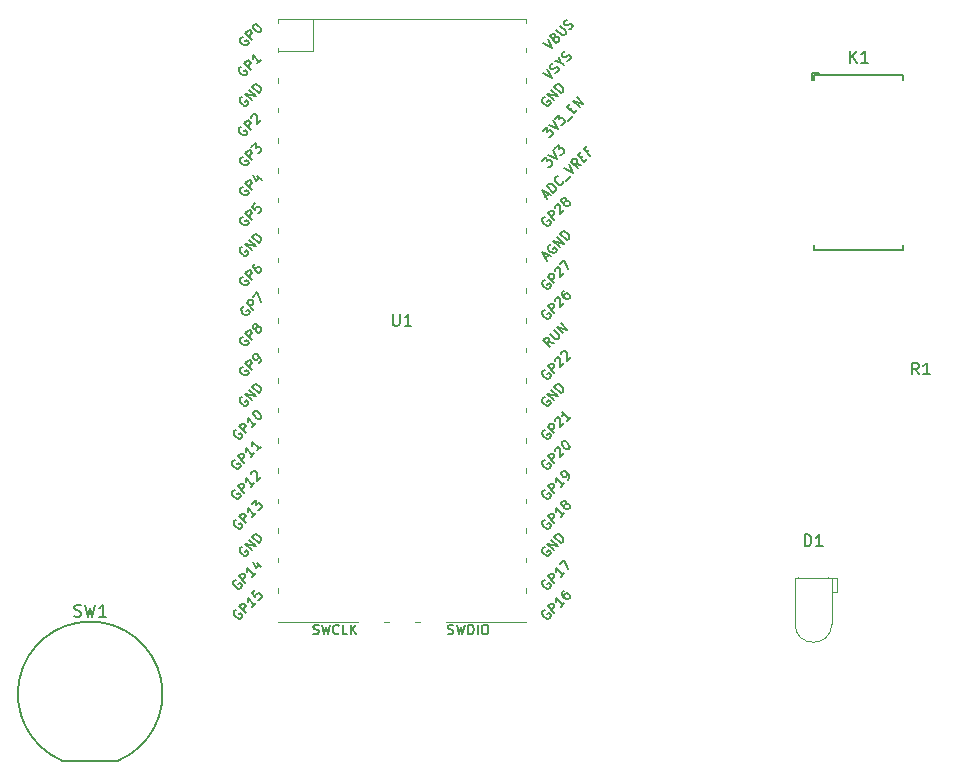
<source format=gbr>
%TF.GenerationSoftware,KiCad,Pcbnew,8.0.0*%
%TF.CreationDate,2024-03-31T15:48:46-03:00*%
%TF.ProjectId,schematic,73636865-6d61-4746-9963-2e6b69636164,rev?*%
%TF.SameCoordinates,Original*%
%TF.FileFunction,Legend,Top*%
%TF.FilePolarity,Positive*%
%FSLAX46Y46*%
G04 Gerber Fmt 4.6, Leading zero omitted, Abs format (unit mm)*
G04 Created by KiCad (PCBNEW 8.0.0) date 2024-03-31 15:48:46*
%MOMM*%
%LPD*%
G01*
G04 APERTURE LIST*
%ADD10C,0.150000*%
%ADD11C,0.120000*%
G04 APERTURE END LIST*
D10*
X83128095Y-94324819D02*
X83128095Y-95134342D01*
X83128095Y-95134342D02*
X83175714Y-95229580D01*
X83175714Y-95229580D02*
X83223333Y-95277200D01*
X83223333Y-95277200D02*
X83318571Y-95324819D01*
X83318571Y-95324819D02*
X83509047Y-95324819D01*
X83509047Y-95324819D02*
X83604285Y-95277200D01*
X83604285Y-95277200D02*
X83651904Y-95229580D01*
X83651904Y-95229580D02*
X83699523Y-95134342D01*
X83699523Y-95134342D02*
X83699523Y-94324819D01*
X84699523Y-95324819D02*
X84128095Y-95324819D01*
X84413809Y-95324819D02*
X84413809Y-94324819D01*
X84413809Y-94324819D02*
X84318571Y-94467676D01*
X84318571Y-94467676D02*
X84223333Y-94562914D01*
X84223333Y-94562914D02*
X84128095Y-94610533D01*
X69733998Y-106690868D02*
X69653185Y-106717805D01*
X69653185Y-106717805D02*
X69572373Y-106798618D01*
X69572373Y-106798618D02*
X69518498Y-106906367D01*
X69518498Y-106906367D02*
X69518498Y-107014117D01*
X69518498Y-107014117D02*
X69545436Y-107094929D01*
X69545436Y-107094929D02*
X69626248Y-107229616D01*
X69626248Y-107229616D02*
X69707060Y-107310428D01*
X69707060Y-107310428D02*
X69841747Y-107391241D01*
X69841747Y-107391241D02*
X69922560Y-107418178D01*
X69922560Y-107418178D02*
X70030309Y-107418178D01*
X70030309Y-107418178D02*
X70138059Y-107364303D01*
X70138059Y-107364303D02*
X70191934Y-107310428D01*
X70191934Y-107310428D02*
X70245808Y-107202679D01*
X70245808Y-107202679D02*
X70245808Y-107148804D01*
X70245808Y-107148804D02*
X70057247Y-106960242D01*
X70057247Y-106960242D02*
X69949497Y-107067992D01*
X70542120Y-106960242D02*
X69976434Y-106394557D01*
X69976434Y-106394557D02*
X70191934Y-106179057D01*
X70191934Y-106179057D02*
X70272746Y-106152120D01*
X70272746Y-106152120D02*
X70326621Y-106152120D01*
X70326621Y-106152120D02*
X70407433Y-106179057D01*
X70407433Y-106179057D02*
X70488245Y-106259870D01*
X70488245Y-106259870D02*
X70515182Y-106340682D01*
X70515182Y-106340682D02*
X70515182Y-106394557D01*
X70515182Y-106394557D02*
X70488245Y-106475369D01*
X70488245Y-106475369D02*
X70272746Y-106690868D01*
X71404117Y-106098245D02*
X71080868Y-106421494D01*
X71242492Y-106259870D02*
X70676807Y-105694184D01*
X70676807Y-105694184D02*
X70703744Y-105828871D01*
X70703744Y-105828871D02*
X70703744Y-105936621D01*
X70703744Y-105936621D02*
X70676807Y-106017433D01*
X71942865Y-105559497D02*
X71619616Y-105882746D01*
X71781240Y-105721121D02*
X71215555Y-105155436D01*
X71215555Y-105155436D02*
X71242492Y-105290123D01*
X71242492Y-105290123D02*
X71242492Y-105397873D01*
X71242492Y-105397873D02*
X71215555Y-105478685D01*
X96041873Y-89611240D02*
X96311247Y-89341866D01*
X96149623Y-89826739D02*
X95772499Y-89072492D01*
X95772499Y-89072492D02*
X96526746Y-89449615D01*
X96472871Y-88425994D02*
X96392059Y-88452932D01*
X96392059Y-88452932D02*
X96311247Y-88533744D01*
X96311247Y-88533744D02*
X96257372Y-88641494D01*
X96257372Y-88641494D02*
X96257372Y-88749243D01*
X96257372Y-88749243D02*
X96284310Y-88830055D01*
X96284310Y-88830055D02*
X96365122Y-88964742D01*
X96365122Y-88964742D02*
X96445934Y-89045555D01*
X96445934Y-89045555D02*
X96580621Y-89126367D01*
X96580621Y-89126367D02*
X96661433Y-89153304D01*
X96661433Y-89153304D02*
X96769183Y-89153304D01*
X96769183Y-89153304D02*
X96876932Y-89099429D01*
X96876932Y-89099429D02*
X96930807Y-89045555D01*
X96930807Y-89045555D02*
X96984682Y-88937805D01*
X96984682Y-88937805D02*
X96984682Y-88883930D01*
X96984682Y-88883930D02*
X96796120Y-88695368D01*
X96796120Y-88695368D02*
X96688371Y-88803118D01*
X97280993Y-88695368D02*
X96715308Y-88129683D01*
X96715308Y-88129683D02*
X97604242Y-88372120D01*
X97604242Y-88372120D02*
X97038557Y-87806434D01*
X97873616Y-88102746D02*
X97307931Y-87537060D01*
X97307931Y-87537060D02*
X97442618Y-87402373D01*
X97442618Y-87402373D02*
X97550367Y-87348498D01*
X97550367Y-87348498D02*
X97658117Y-87348498D01*
X97658117Y-87348498D02*
X97738929Y-87375436D01*
X97738929Y-87375436D02*
X97873616Y-87456248D01*
X97873616Y-87456248D02*
X97954428Y-87537060D01*
X97954428Y-87537060D02*
X98035241Y-87671747D01*
X98035241Y-87671747D02*
X98062178Y-87752560D01*
X98062178Y-87752560D02*
X98062178Y-87860309D01*
X98062178Y-87860309D02*
X98008303Y-87968059D01*
X98008303Y-87968059D02*
X97873616Y-88102746D01*
X95976435Y-114068431D02*
X95895623Y-114095368D01*
X95895623Y-114095368D02*
X95814811Y-114176180D01*
X95814811Y-114176180D02*
X95760936Y-114283930D01*
X95760936Y-114283930D02*
X95760936Y-114391680D01*
X95760936Y-114391680D02*
X95787873Y-114472492D01*
X95787873Y-114472492D02*
X95868685Y-114607179D01*
X95868685Y-114607179D02*
X95949498Y-114687991D01*
X95949498Y-114687991D02*
X96084185Y-114768803D01*
X96084185Y-114768803D02*
X96164997Y-114795741D01*
X96164997Y-114795741D02*
X96272746Y-114795741D01*
X96272746Y-114795741D02*
X96380496Y-114741866D01*
X96380496Y-114741866D02*
X96434371Y-114687991D01*
X96434371Y-114687991D02*
X96488246Y-114580241D01*
X96488246Y-114580241D02*
X96488246Y-114526367D01*
X96488246Y-114526367D02*
X96299684Y-114337805D01*
X96299684Y-114337805D02*
X96191934Y-114445554D01*
X96784557Y-114337805D02*
X96218872Y-113772119D01*
X96218872Y-113772119D02*
X97107806Y-114014556D01*
X97107806Y-114014556D02*
X96542120Y-113448871D01*
X97377180Y-113745182D02*
X96811494Y-113179497D01*
X96811494Y-113179497D02*
X96946181Y-113044810D01*
X96946181Y-113044810D02*
X97053931Y-112990935D01*
X97053931Y-112990935D02*
X97161680Y-112990935D01*
X97161680Y-112990935D02*
X97242493Y-113017872D01*
X97242493Y-113017872D02*
X97377180Y-113098685D01*
X97377180Y-113098685D02*
X97457992Y-113179497D01*
X97457992Y-113179497D02*
X97538804Y-113314184D01*
X97538804Y-113314184D02*
X97565741Y-113394996D01*
X97565741Y-113394996D02*
X97565741Y-113502746D01*
X97565741Y-113502746D02*
X97511867Y-113610495D01*
X97511867Y-113610495D02*
X97377180Y-113745182D01*
X95843406Y-71397585D02*
X96597653Y-71774709D01*
X96597653Y-71774709D02*
X96220529Y-71020462D01*
X96867027Y-70912712D02*
X96974776Y-70858838D01*
X96974776Y-70858838D02*
X97028651Y-70858838D01*
X97028651Y-70858838D02*
X97109463Y-70885775D01*
X97109463Y-70885775D02*
X97190276Y-70966587D01*
X97190276Y-70966587D02*
X97217213Y-71047399D01*
X97217213Y-71047399D02*
X97217213Y-71101274D01*
X97217213Y-71101274D02*
X97190276Y-71182086D01*
X97190276Y-71182086D02*
X96974776Y-71397586D01*
X96974776Y-71397586D02*
X96409091Y-70831900D01*
X96409091Y-70831900D02*
X96597653Y-70643338D01*
X96597653Y-70643338D02*
X96678465Y-70616401D01*
X96678465Y-70616401D02*
X96732340Y-70616401D01*
X96732340Y-70616401D02*
X96813152Y-70643338D01*
X96813152Y-70643338D02*
X96867027Y-70697213D01*
X96867027Y-70697213D02*
X96893964Y-70778025D01*
X96893964Y-70778025D02*
X96893964Y-70831900D01*
X96893964Y-70831900D02*
X96867027Y-70912712D01*
X96867027Y-70912712D02*
X96678465Y-71101274D01*
X96974776Y-70266215D02*
X97432712Y-70724151D01*
X97432712Y-70724151D02*
X97513524Y-70751088D01*
X97513524Y-70751088D02*
X97567399Y-70751088D01*
X97567399Y-70751088D02*
X97648211Y-70724151D01*
X97648211Y-70724151D02*
X97755961Y-70616401D01*
X97755961Y-70616401D02*
X97782898Y-70535589D01*
X97782898Y-70535589D02*
X97782898Y-70481714D01*
X97782898Y-70481714D02*
X97755961Y-70400902D01*
X97755961Y-70400902D02*
X97298025Y-69942966D01*
X98079210Y-70239277D02*
X98186959Y-70185403D01*
X98186959Y-70185403D02*
X98321646Y-70050716D01*
X98321646Y-70050716D02*
X98348584Y-69969903D01*
X98348584Y-69969903D02*
X98348584Y-69916029D01*
X98348584Y-69916029D02*
X98321646Y-69835216D01*
X98321646Y-69835216D02*
X98267771Y-69781342D01*
X98267771Y-69781342D02*
X98186959Y-69754404D01*
X98186959Y-69754404D02*
X98133084Y-69754404D01*
X98133084Y-69754404D02*
X98052272Y-69781342D01*
X98052272Y-69781342D02*
X97917585Y-69862154D01*
X97917585Y-69862154D02*
X97836773Y-69889091D01*
X97836773Y-69889091D02*
X97782898Y-69889091D01*
X97782898Y-69889091D02*
X97702086Y-69862154D01*
X97702086Y-69862154D02*
X97648211Y-69808279D01*
X97648211Y-69808279D02*
X97621274Y-69727467D01*
X97621274Y-69727467D02*
X97621274Y-69673592D01*
X97621274Y-69673592D02*
X97648211Y-69592780D01*
X97648211Y-69592780D02*
X97782898Y-69458093D01*
X97782898Y-69458093D02*
X97890648Y-69404218D01*
X95976435Y-75968431D02*
X95895623Y-75995368D01*
X95895623Y-75995368D02*
X95814811Y-76076180D01*
X95814811Y-76076180D02*
X95760936Y-76183930D01*
X95760936Y-76183930D02*
X95760936Y-76291680D01*
X95760936Y-76291680D02*
X95787873Y-76372492D01*
X95787873Y-76372492D02*
X95868685Y-76507179D01*
X95868685Y-76507179D02*
X95949498Y-76587991D01*
X95949498Y-76587991D02*
X96084185Y-76668803D01*
X96084185Y-76668803D02*
X96164997Y-76695741D01*
X96164997Y-76695741D02*
X96272746Y-76695741D01*
X96272746Y-76695741D02*
X96380496Y-76641866D01*
X96380496Y-76641866D02*
X96434371Y-76587991D01*
X96434371Y-76587991D02*
X96488246Y-76480241D01*
X96488246Y-76480241D02*
X96488246Y-76426367D01*
X96488246Y-76426367D02*
X96299684Y-76237805D01*
X96299684Y-76237805D02*
X96191934Y-76345554D01*
X96784557Y-76237805D02*
X96218872Y-75672119D01*
X96218872Y-75672119D02*
X97107806Y-75914556D01*
X97107806Y-75914556D02*
X96542120Y-75348871D01*
X97377180Y-75645182D02*
X96811494Y-75079497D01*
X96811494Y-75079497D02*
X96946181Y-74944810D01*
X96946181Y-74944810D02*
X97053931Y-74890935D01*
X97053931Y-74890935D02*
X97161680Y-74890935D01*
X97161680Y-74890935D02*
X97242493Y-74917872D01*
X97242493Y-74917872D02*
X97377180Y-74998685D01*
X97377180Y-74998685D02*
X97457992Y-75079497D01*
X97457992Y-75079497D02*
X97538804Y-75214184D01*
X97538804Y-75214184D02*
X97565741Y-75294996D01*
X97565741Y-75294996D02*
X97565741Y-75402746D01*
X97565741Y-75402746D02*
X97511867Y-75510495D01*
X97511867Y-75510495D02*
X97377180Y-75645182D01*
X69879998Y-111770868D02*
X69799185Y-111797805D01*
X69799185Y-111797805D02*
X69718373Y-111878618D01*
X69718373Y-111878618D02*
X69664498Y-111986367D01*
X69664498Y-111986367D02*
X69664498Y-112094117D01*
X69664498Y-112094117D02*
X69691436Y-112174929D01*
X69691436Y-112174929D02*
X69772248Y-112309616D01*
X69772248Y-112309616D02*
X69853060Y-112390428D01*
X69853060Y-112390428D02*
X69987747Y-112471241D01*
X69987747Y-112471241D02*
X70068560Y-112498178D01*
X70068560Y-112498178D02*
X70176309Y-112498178D01*
X70176309Y-112498178D02*
X70284059Y-112444303D01*
X70284059Y-112444303D02*
X70337934Y-112390428D01*
X70337934Y-112390428D02*
X70391808Y-112282679D01*
X70391808Y-112282679D02*
X70391808Y-112228804D01*
X70391808Y-112228804D02*
X70203247Y-112040242D01*
X70203247Y-112040242D02*
X70095497Y-112147992D01*
X70688120Y-112040242D02*
X70122434Y-111474557D01*
X70122434Y-111474557D02*
X70337934Y-111259057D01*
X70337934Y-111259057D02*
X70418746Y-111232120D01*
X70418746Y-111232120D02*
X70472621Y-111232120D01*
X70472621Y-111232120D02*
X70553433Y-111259057D01*
X70553433Y-111259057D02*
X70634245Y-111339870D01*
X70634245Y-111339870D02*
X70661182Y-111420682D01*
X70661182Y-111420682D02*
X70661182Y-111474557D01*
X70661182Y-111474557D02*
X70634245Y-111555369D01*
X70634245Y-111555369D02*
X70418746Y-111770868D01*
X71550117Y-111178245D02*
X71226868Y-111501494D01*
X71388492Y-111339870D02*
X70822807Y-110774184D01*
X70822807Y-110774184D02*
X70849744Y-110908871D01*
X70849744Y-110908871D02*
X70849744Y-111016621D01*
X70849744Y-111016621D02*
X70822807Y-111097433D01*
X71172993Y-110423998D02*
X71523179Y-110073812D01*
X71523179Y-110073812D02*
X71550117Y-110477873D01*
X71550117Y-110477873D02*
X71630929Y-110397060D01*
X71630929Y-110397060D02*
X71711741Y-110370123D01*
X71711741Y-110370123D02*
X71765616Y-110370123D01*
X71765616Y-110370123D02*
X71846428Y-110397060D01*
X71846428Y-110397060D02*
X71981115Y-110531747D01*
X71981115Y-110531747D02*
X72008053Y-110612560D01*
X72008053Y-110612560D02*
X72008053Y-110666434D01*
X72008053Y-110666434D02*
X71981115Y-110747247D01*
X71981115Y-110747247D02*
X71819491Y-110908871D01*
X71819491Y-110908871D02*
X71738679Y-110935808D01*
X71738679Y-110935808D02*
X71684804Y-110935808D01*
X96045064Y-84404049D02*
X96314438Y-84134675D01*
X96152813Y-84619549D02*
X95775690Y-83865301D01*
X95775690Y-83865301D02*
X96529937Y-84242425D01*
X96718499Y-84053863D02*
X96152813Y-83488178D01*
X96152813Y-83488178D02*
X96287500Y-83353491D01*
X96287500Y-83353491D02*
X96395250Y-83299616D01*
X96395250Y-83299616D02*
X96502999Y-83299616D01*
X96502999Y-83299616D02*
X96583812Y-83326553D01*
X96583812Y-83326553D02*
X96718499Y-83407366D01*
X96718499Y-83407366D02*
X96799311Y-83488178D01*
X96799311Y-83488178D02*
X96880123Y-83622865D01*
X96880123Y-83622865D02*
X96907060Y-83703677D01*
X96907060Y-83703677D02*
X96907060Y-83811427D01*
X96907060Y-83811427D02*
X96853186Y-83919176D01*
X96853186Y-83919176D02*
X96718499Y-84053863D01*
X97553558Y-83111054D02*
X97553558Y-83164929D01*
X97553558Y-83164929D02*
X97499683Y-83272679D01*
X97499683Y-83272679D02*
X97445808Y-83326553D01*
X97445808Y-83326553D02*
X97338059Y-83380428D01*
X97338059Y-83380428D02*
X97230309Y-83380428D01*
X97230309Y-83380428D02*
X97149497Y-83353491D01*
X97149497Y-83353491D02*
X97014810Y-83272679D01*
X97014810Y-83272679D02*
X96933998Y-83191866D01*
X96933998Y-83191866D02*
X96853186Y-83057179D01*
X96853186Y-83057179D02*
X96826248Y-82976367D01*
X96826248Y-82976367D02*
X96826248Y-82868618D01*
X96826248Y-82868618D02*
X96880123Y-82760868D01*
X96880123Y-82760868D02*
X96933998Y-82706993D01*
X96933998Y-82706993D02*
X97041747Y-82653118D01*
X97041747Y-82653118D02*
X97095622Y-82653118D01*
X97769057Y-83111054D02*
X98200056Y-82680056D01*
X97634370Y-82006621D02*
X98388618Y-82383744D01*
X98388618Y-82383744D02*
X98011494Y-81629497D01*
X99088990Y-81683372D02*
X98631054Y-81602560D01*
X98765741Y-82006621D02*
X98200056Y-81440935D01*
X98200056Y-81440935D02*
X98415555Y-81225436D01*
X98415555Y-81225436D02*
X98496367Y-81198499D01*
X98496367Y-81198499D02*
X98550242Y-81198499D01*
X98550242Y-81198499D02*
X98631054Y-81225436D01*
X98631054Y-81225436D02*
X98711866Y-81306248D01*
X98711866Y-81306248D02*
X98738804Y-81387061D01*
X98738804Y-81387061D02*
X98738804Y-81440935D01*
X98738804Y-81440935D02*
X98711866Y-81521748D01*
X98711866Y-81521748D02*
X98496367Y-81737247D01*
X99035115Y-81144624D02*
X99223677Y-80956062D01*
X99600800Y-81171561D02*
X99331426Y-81440935D01*
X99331426Y-81440935D02*
X98765741Y-80875250D01*
X98765741Y-80875250D02*
X99035115Y-80605876D01*
X99735488Y-80444251D02*
X99546926Y-80632813D01*
X99843237Y-80929125D02*
X99277552Y-80363439D01*
X99277552Y-80363439D02*
X99546926Y-80094065D01*
X70403372Y-83561494D02*
X70322560Y-83588431D01*
X70322560Y-83588431D02*
X70241748Y-83669243D01*
X70241748Y-83669243D02*
X70187873Y-83776993D01*
X70187873Y-83776993D02*
X70187873Y-83884742D01*
X70187873Y-83884742D02*
X70214810Y-83965555D01*
X70214810Y-83965555D02*
X70295623Y-84100242D01*
X70295623Y-84100242D02*
X70376435Y-84181054D01*
X70376435Y-84181054D02*
X70511122Y-84261866D01*
X70511122Y-84261866D02*
X70591934Y-84288803D01*
X70591934Y-84288803D02*
X70699684Y-84288803D01*
X70699684Y-84288803D02*
X70807433Y-84234929D01*
X70807433Y-84234929D02*
X70861308Y-84181054D01*
X70861308Y-84181054D02*
X70915183Y-84073304D01*
X70915183Y-84073304D02*
X70915183Y-84019429D01*
X70915183Y-84019429D02*
X70726621Y-83830868D01*
X70726621Y-83830868D02*
X70618871Y-83938617D01*
X71211494Y-83830868D02*
X70645809Y-83265182D01*
X70645809Y-83265182D02*
X70861308Y-83049683D01*
X70861308Y-83049683D02*
X70942120Y-83022746D01*
X70942120Y-83022746D02*
X70995995Y-83022746D01*
X70995995Y-83022746D02*
X71076807Y-83049683D01*
X71076807Y-83049683D02*
X71157619Y-83130495D01*
X71157619Y-83130495D02*
X71184557Y-83211307D01*
X71184557Y-83211307D02*
X71184557Y-83265182D01*
X71184557Y-83265182D02*
X71157619Y-83345994D01*
X71157619Y-83345994D02*
X70942120Y-83561494D01*
X71642493Y-82645622D02*
X72019616Y-83022746D01*
X71292306Y-82564810D02*
X71561680Y-83103558D01*
X71561680Y-83103558D02*
X71911867Y-82753372D01*
X70503372Y-93691494D02*
X70422560Y-93718431D01*
X70422560Y-93718431D02*
X70341748Y-93799243D01*
X70341748Y-93799243D02*
X70287873Y-93906993D01*
X70287873Y-93906993D02*
X70287873Y-94014742D01*
X70287873Y-94014742D02*
X70314810Y-94095555D01*
X70314810Y-94095555D02*
X70395623Y-94230242D01*
X70395623Y-94230242D02*
X70476435Y-94311054D01*
X70476435Y-94311054D02*
X70611122Y-94391866D01*
X70611122Y-94391866D02*
X70691934Y-94418803D01*
X70691934Y-94418803D02*
X70799684Y-94418803D01*
X70799684Y-94418803D02*
X70907433Y-94364929D01*
X70907433Y-94364929D02*
X70961308Y-94311054D01*
X70961308Y-94311054D02*
X71015183Y-94203304D01*
X71015183Y-94203304D02*
X71015183Y-94149429D01*
X71015183Y-94149429D02*
X70826621Y-93960868D01*
X70826621Y-93960868D02*
X70718871Y-94068617D01*
X71311494Y-93960868D02*
X70745809Y-93395182D01*
X70745809Y-93395182D02*
X70961308Y-93179683D01*
X70961308Y-93179683D02*
X71042120Y-93152746D01*
X71042120Y-93152746D02*
X71095995Y-93152746D01*
X71095995Y-93152746D02*
X71176807Y-93179683D01*
X71176807Y-93179683D02*
X71257619Y-93260495D01*
X71257619Y-93260495D02*
X71284557Y-93341307D01*
X71284557Y-93341307D02*
X71284557Y-93395182D01*
X71284557Y-93395182D02*
X71257619Y-93475994D01*
X71257619Y-93475994D02*
X71042120Y-93691494D01*
X71257619Y-92883372D02*
X71634743Y-92506248D01*
X71634743Y-92506248D02*
X71957992Y-93314370D01*
X69879998Y-119390868D02*
X69799185Y-119417805D01*
X69799185Y-119417805D02*
X69718373Y-119498618D01*
X69718373Y-119498618D02*
X69664498Y-119606367D01*
X69664498Y-119606367D02*
X69664498Y-119714117D01*
X69664498Y-119714117D02*
X69691436Y-119794929D01*
X69691436Y-119794929D02*
X69772248Y-119929616D01*
X69772248Y-119929616D02*
X69853060Y-120010428D01*
X69853060Y-120010428D02*
X69987747Y-120091241D01*
X69987747Y-120091241D02*
X70068560Y-120118178D01*
X70068560Y-120118178D02*
X70176309Y-120118178D01*
X70176309Y-120118178D02*
X70284059Y-120064303D01*
X70284059Y-120064303D02*
X70337934Y-120010428D01*
X70337934Y-120010428D02*
X70391808Y-119902679D01*
X70391808Y-119902679D02*
X70391808Y-119848804D01*
X70391808Y-119848804D02*
X70203247Y-119660242D01*
X70203247Y-119660242D02*
X70095497Y-119767992D01*
X70688120Y-119660242D02*
X70122434Y-119094557D01*
X70122434Y-119094557D02*
X70337934Y-118879057D01*
X70337934Y-118879057D02*
X70418746Y-118852120D01*
X70418746Y-118852120D02*
X70472621Y-118852120D01*
X70472621Y-118852120D02*
X70553433Y-118879057D01*
X70553433Y-118879057D02*
X70634245Y-118959870D01*
X70634245Y-118959870D02*
X70661182Y-119040682D01*
X70661182Y-119040682D02*
X70661182Y-119094557D01*
X70661182Y-119094557D02*
X70634245Y-119175369D01*
X70634245Y-119175369D02*
X70418746Y-119390868D01*
X71550117Y-118798245D02*
X71226868Y-119121494D01*
X71388492Y-118959870D02*
X70822807Y-118394184D01*
X70822807Y-118394184D02*
X70849744Y-118528871D01*
X70849744Y-118528871D02*
X70849744Y-118636621D01*
X70849744Y-118636621D02*
X70822807Y-118717433D01*
X71496242Y-117720749D02*
X71226868Y-117990123D01*
X71226868Y-117990123D02*
X71469305Y-118286434D01*
X71469305Y-118286434D02*
X71469305Y-118232560D01*
X71469305Y-118232560D02*
X71496242Y-118151747D01*
X71496242Y-118151747D02*
X71630929Y-118017060D01*
X71630929Y-118017060D02*
X71711741Y-117990123D01*
X71711741Y-117990123D02*
X71765616Y-117990123D01*
X71765616Y-117990123D02*
X71846428Y-118017060D01*
X71846428Y-118017060D02*
X71981115Y-118151747D01*
X71981115Y-118151747D02*
X72008053Y-118232560D01*
X72008053Y-118232560D02*
X72008053Y-118286434D01*
X72008053Y-118286434D02*
X71981115Y-118367247D01*
X71981115Y-118367247D02*
X71846428Y-118501934D01*
X71846428Y-118501934D02*
X71765616Y-118528871D01*
X71765616Y-118528871D02*
X71711741Y-118528871D01*
X95987998Y-116850868D02*
X95907185Y-116877805D01*
X95907185Y-116877805D02*
X95826373Y-116958618D01*
X95826373Y-116958618D02*
X95772498Y-117066367D01*
X95772498Y-117066367D02*
X95772498Y-117174117D01*
X95772498Y-117174117D02*
X95799436Y-117254929D01*
X95799436Y-117254929D02*
X95880248Y-117389616D01*
X95880248Y-117389616D02*
X95961060Y-117470428D01*
X95961060Y-117470428D02*
X96095747Y-117551241D01*
X96095747Y-117551241D02*
X96176560Y-117578178D01*
X96176560Y-117578178D02*
X96284309Y-117578178D01*
X96284309Y-117578178D02*
X96392059Y-117524303D01*
X96392059Y-117524303D02*
X96445934Y-117470428D01*
X96445934Y-117470428D02*
X96499808Y-117362679D01*
X96499808Y-117362679D02*
X96499808Y-117308804D01*
X96499808Y-117308804D02*
X96311247Y-117120242D01*
X96311247Y-117120242D02*
X96203497Y-117227992D01*
X96796120Y-117120242D02*
X96230434Y-116554557D01*
X96230434Y-116554557D02*
X96445934Y-116339057D01*
X96445934Y-116339057D02*
X96526746Y-116312120D01*
X96526746Y-116312120D02*
X96580621Y-116312120D01*
X96580621Y-116312120D02*
X96661433Y-116339057D01*
X96661433Y-116339057D02*
X96742245Y-116419870D01*
X96742245Y-116419870D02*
X96769182Y-116500682D01*
X96769182Y-116500682D02*
X96769182Y-116554557D01*
X96769182Y-116554557D02*
X96742245Y-116635369D01*
X96742245Y-116635369D02*
X96526746Y-116850868D01*
X97658117Y-116258245D02*
X97334868Y-116581494D01*
X97496492Y-116419870D02*
X96930807Y-115854184D01*
X96930807Y-115854184D02*
X96957744Y-115988871D01*
X96957744Y-115988871D02*
X96957744Y-116096621D01*
X96957744Y-116096621D02*
X96930807Y-116177433D01*
X97280993Y-115503998D02*
X97658117Y-115126874D01*
X97658117Y-115126874D02*
X97981366Y-115934996D01*
X95987998Y-93990868D02*
X95907185Y-94017805D01*
X95907185Y-94017805D02*
X95826373Y-94098618D01*
X95826373Y-94098618D02*
X95772498Y-94206367D01*
X95772498Y-94206367D02*
X95772498Y-94314117D01*
X95772498Y-94314117D02*
X95799436Y-94394929D01*
X95799436Y-94394929D02*
X95880248Y-94529616D01*
X95880248Y-94529616D02*
X95961060Y-94610428D01*
X95961060Y-94610428D02*
X96095747Y-94691241D01*
X96095747Y-94691241D02*
X96176560Y-94718178D01*
X96176560Y-94718178D02*
X96284309Y-94718178D01*
X96284309Y-94718178D02*
X96392059Y-94664303D01*
X96392059Y-94664303D02*
X96445934Y-94610428D01*
X96445934Y-94610428D02*
X96499808Y-94502679D01*
X96499808Y-94502679D02*
X96499808Y-94448804D01*
X96499808Y-94448804D02*
X96311247Y-94260242D01*
X96311247Y-94260242D02*
X96203497Y-94367992D01*
X96796120Y-94260242D02*
X96230434Y-93694557D01*
X96230434Y-93694557D02*
X96445934Y-93479057D01*
X96445934Y-93479057D02*
X96526746Y-93452120D01*
X96526746Y-93452120D02*
X96580621Y-93452120D01*
X96580621Y-93452120D02*
X96661433Y-93479057D01*
X96661433Y-93479057D02*
X96742245Y-93559870D01*
X96742245Y-93559870D02*
X96769182Y-93640682D01*
X96769182Y-93640682D02*
X96769182Y-93694557D01*
X96769182Y-93694557D02*
X96742245Y-93775369D01*
X96742245Y-93775369D02*
X96526746Y-93990868D01*
X96823057Y-93209683D02*
X96823057Y-93155809D01*
X96823057Y-93155809D02*
X96849995Y-93074996D01*
X96849995Y-93074996D02*
X96984682Y-92940309D01*
X96984682Y-92940309D02*
X97065494Y-92913372D01*
X97065494Y-92913372D02*
X97119369Y-92913372D01*
X97119369Y-92913372D02*
X97200181Y-92940309D01*
X97200181Y-92940309D02*
X97254056Y-92994184D01*
X97254056Y-92994184D02*
X97307930Y-93101934D01*
X97307930Y-93101934D02*
X97307930Y-93748431D01*
X97307930Y-93748431D02*
X97658117Y-93398245D01*
X97577305Y-92347686D02*
X97469555Y-92455436D01*
X97469555Y-92455436D02*
X97442618Y-92536248D01*
X97442618Y-92536248D02*
X97442618Y-92590123D01*
X97442618Y-92590123D02*
X97469555Y-92724810D01*
X97469555Y-92724810D02*
X97550367Y-92859497D01*
X97550367Y-92859497D02*
X97765866Y-93074996D01*
X97765866Y-93074996D02*
X97846679Y-93101934D01*
X97846679Y-93101934D02*
X97900553Y-93101934D01*
X97900553Y-93101934D02*
X97981366Y-93074996D01*
X97981366Y-93074996D02*
X98089115Y-92967247D01*
X98089115Y-92967247D02*
X98116053Y-92886434D01*
X98116053Y-92886434D02*
X98116053Y-92832560D01*
X98116053Y-92832560D02*
X98089115Y-92751747D01*
X98089115Y-92751747D02*
X97954428Y-92617060D01*
X97954428Y-92617060D02*
X97873616Y-92590123D01*
X97873616Y-92590123D02*
X97819741Y-92590123D01*
X97819741Y-92590123D02*
X97738929Y-92617060D01*
X97738929Y-92617060D02*
X97631179Y-92724810D01*
X97631179Y-92724810D02*
X97604242Y-92805622D01*
X97604242Y-92805622D02*
X97604242Y-92859497D01*
X97604242Y-92859497D02*
X97631179Y-92940309D01*
X76380475Y-121394200D02*
X76494761Y-121432295D01*
X76494761Y-121432295D02*
X76685237Y-121432295D01*
X76685237Y-121432295D02*
X76761428Y-121394200D01*
X76761428Y-121394200D02*
X76799523Y-121356104D01*
X76799523Y-121356104D02*
X76837618Y-121279914D01*
X76837618Y-121279914D02*
X76837618Y-121203723D01*
X76837618Y-121203723D02*
X76799523Y-121127533D01*
X76799523Y-121127533D02*
X76761428Y-121089438D01*
X76761428Y-121089438D02*
X76685237Y-121051342D01*
X76685237Y-121051342D02*
X76532856Y-121013247D01*
X76532856Y-121013247D02*
X76456666Y-120975152D01*
X76456666Y-120975152D02*
X76418571Y-120937057D01*
X76418571Y-120937057D02*
X76380475Y-120860866D01*
X76380475Y-120860866D02*
X76380475Y-120784676D01*
X76380475Y-120784676D02*
X76418571Y-120708485D01*
X76418571Y-120708485D02*
X76456666Y-120670390D01*
X76456666Y-120670390D02*
X76532856Y-120632295D01*
X76532856Y-120632295D02*
X76723333Y-120632295D01*
X76723333Y-120632295D02*
X76837618Y-120670390D01*
X77104285Y-120632295D02*
X77294761Y-121432295D01*
X77294761Y-121432295D02*
X77447142Y-120860866D01*
X77447142Y-120860866D02*
X77599523Y-121432295D01*
X77599523Y-121432295D02*
X77790000Y-120632295D01*
X78551905Y-121356104D02*
X78513809Y-121394200D01*
X78513809Y-121394200D02*
X78399524Y-121432295D01*
X78399524Y-121432295D02*
X78323333Y-121432295D01*
X78323333Y-121432295D02*
X78209047Y-121394200D01*
X78209047Y-121394200D02*
X78132857Y-121318009D01*
X78132857Y-121318009D02*
X78094762Y-121241819D01*
X78094762Y-121241819D02*
X78056666Y-121089438D01*
X78056666Y-121089438D02*
X78056666Y-120975152D01*
X78056666Y-120975152D02*
X78094762Y-120822771D01*
X78094762Y-120822771D02*
X78132857Y-120746580D01*
X78132857Y-120746580D02*
X78209047Y-120670390D01*
X78209047Y-120670390D02*
X78323333Y-120632295D01*
X78323333Y-120632295D02*
X78399524Y-120632295D01*
X78399524Y-120632295D02*
X78513809Y-120670390D01*
X78513809Y-120670390D02*
X78551905Y-120708485D01*
X79275714Y-121432295D02*
X78894762Y-121432295D01*
X78894762Y-121432295D02*
X78894762Y-120632295D01*
X79542381Y-121432295D02*
X79542381Y-120632295D01*
X79999524Y-121432295D02*
X79656666Y-120975152D01*
X79999524Y-120632295D02*
X79542381Y-121089438D01*
X95812407Y-78828584D02*
X96162593Y-78478398D01*
X96162593Y-78478398D02*
X96189531Y-78882459D01*
X96189531Y-78882459D02*
X96270343Y-78801646D01*
X96270343Y-78801646D02*
X96351155Y-78774709D01*
X96351155Y-78774709D02*
X96405030Y-78774709D01*
X96405030Y-78774709D02*
X96485842Y-78801646D01*
X96485842Y-78801646D02*
X96620529Y-78936333D01*
X96620529Y-78936333D02*
X96647467Y-79017146D01*
X96647467Y-79017146D02*
X96647467Y-79071020D01*
X96647467Y-79071020D02*
X96620529Y-79151833D01*
X96620529Y-79151833D02*
X96458905Y-79313457D01*
X96458905Y-79313457D02*
X96378093Y-79340394D01*
X96378093Y-79340394D02*
X96324218Y-79340394D01*
X96324218Y-78316773D02*
X97078465Y-78693897D01*
X97078465Y-78693897D02*
X96701342Y-77939649D01*
X96836028Y-77804963D02*
X97186215Y-77454776D01*
X97186215Y-77454776D02*
X97213152Y-77858837D01*
X97213152Y-77858837D02*
X97293964Y-77778025D01*
X97293964Y-77778025D02*
X97374776Y-77751088D01*
X97374776Y-77751088D02*
X97428651Y-77751088D01*
X97428651Y-77751088D02*
X97509464Y-77778025D01*
X97509464Y-77778025D02*
X97644151Y-77912712D01*
X97644151Y-77912712D02*
X97671088Y-77993524D01*
X97671088Y-77993524D02*
X97671088Y-78047399D01*
X97671088Y-78047399D02*
X97644151Y-78128211D01*
X97644151Y-78128211D02*
X97482526Y-78289836D01*
X97482526Y-78289836D02*
X97401714Y-78316773D01*
X97401714Y-78316773D02*
X97347839Y-78316773D01*
X97913525Y-77966587D02*
X98344523Y-77535588D01*
X98129024Y-77050715D02*
X98317586Y-76862153D01*
X98694709Y-77077652D02*
X98425335Y-77347026D01*
X98425335Y-77347026D02*
X97859650Y-76781341D01*
X97859650Y-76781341D02*
X98129024Y-76511967D01*
X98937146Y-76835215D02*
X98371461Y-76269530D01*
X98371461Y-76269530D02*
X99260395Y-76511967D01*
X99260395Y-76511967D02*
X98694710Y-75946281D01*
X95780123Y-81360868D02*
X96130309Y-81010682D01*
X96130309Y-81010682D02*
X96157247Y-81414743D01*
X96157247Y-81414743D02*
X96238059Y-81333931D01*
X96238059Y-81333931D02*
X96318871Y-81306993D01*
X96318871Y-81306993D02*
X96372746Y-81306993D01*
X96372746Y-81306993D02*
X96453558Y-81333931D01*
X96453558Y-81333931D02*
X96588245Y-81468618D01*
X96588245Y-81468618D02*
X96615182Y-81549430D01*
X96615182Y-81549430D02*
X96615182Y-81603305D01*
X96615182Y-81603305D02*
X96588245Y-81684117D01*
X96588245Y-81684117D02*
X96426621Y-81845741D01*
X96426621Y-81845741D02*
X96345808Y-81872679D01*
X96345808Y-81872679D02*
X96291934Y-81872679D01*
X96291934Y-80849057D02*
X97046181Y-81226181D01*
X97046181Y-81226181D02*
X96669057Y-80471934D01*
X96803744Y-80337247D02*
X97153930Y-79987061D01*
X97153930Y-79987061D02*
X97180868Y-80391122D01*
X97180868Y-80391122D02*
X97261680Y-80310309D01*
X97261680Y-80310309D02*
X97342492Y-80283372D01*
X97342492Y-80283372D02*
X97396367Y-80283372D01*
X97396367Y-80283372D02*
X97477179Y-80310309D01*
X97477179Y-80310309D02*
X97611866Y-80444996D01*
X97611866Y-80444996D02*
X97638804Y-80525809D01*
X97638804Y-80525809D02*
X97638804Y-80579683D01*
X97638804Y-80579683D02*
X97611866Y-80660496D01*
X97611866Y-80660496D02*
X97450242Y-80822120D01*
X97450242Y-80822120D02*
X97369430Y-80849057D01*
X97369430Y-80849057D02*
X97315555Y-80849057D01*
X70403372Y-96261494D02*
X70322560Y-96288431D01*
X70322560Y-96288431D02*
X70241748Y-96369243D01*
X70241748Y-96369243D02*
X70187873Y-96476993D01*
X70187873Y-96476993D02*
X70187873Y-96584742D01*
X70187873Y-96584742D02*
X70214810Y-96665555D01*
X70214810Y-96665555D02*
X70295623Y-96800242D01*
X70295623Y-96800242D02*
X70376435Y-96881054D01*
X70376435Y-96881054D02*
X70511122Y-96961866D01*
X70511122Y-96961866D02*
X70591934Y-96988803D01*
X70591934Y-96988803D02*
X70699684Y-96988803D01*
X70699684Y-96988803D02*
X70807433Y-96934929D01*
X70807433Y-96934929D02*
X70861308Y-96881054D01*
X70861308Y-96881054D02*
X70915183Y-96773304D01*
X70915183Y-96773304D02*
X70915183Y-96719429D01*
X70915183Y-96719429D02*
X70726621Y-96530868D01*
X70726621Y-96530868D02*
X70618871Y-96638617D01*
X71211494Y-96530868D02*
X70645809Y-95965182D01*
X70645809Y-95965182D02*
X70861308Y-95749683D01*
X70861308Y-95749683D02*
X70942120Y-95722746D01*
X70942120Y-95722746D02*
X70995995Y-95722746D01*
X70995995Y-95722746D02*
X71076807Y-95749683D01*
X71076807Y-95749683D02*
X71157619Y-95830495D01*
X71157619Y-95830495D02*
X71184557Y-95911307D01*
X71184557Y-95911307D02*
X71184557Y-95965182D01*
X71184557Y-95965182D02*
X71157619Y-96045994D01*
X71157619Y-96045994D02*
X70942120Y-96261494D01*
X71534743Y-95561121D02*
X71453931Y-95588059D01*
X71453931Y-95588059D02*
X71400056Y-95588059D01*
X71400056Y-95588059D02*
X71319244Y-95561121D01*
X71319244Y-95561121D02*
X71292306Y-95534184D01*
X71292306Y-95534184D02*
X71265369Y-95453372D01*
X71265369Y-95453372D02*
X71265369Y-95399497D01*
X71265369Y-95399497D02*
X71292306Y-95318685D01*
X71292306Y-95318685D02*
X71400056Y-95210935D01*
X71400056Y-95210935D02*
X71480868Y-95183998D01*
X71480868Y-95183998D02*
X71534743Y-95183998D01*
X71534743Y-95183998D02*
X71615555Y-95210935D01*
X71615555Y-95210935D02*
X71642493Y-95237872D01*
X71642493Y-95237872D02*
X71669430Y-95318685D01*
X71669430Y-95318685D02*
X71669430Y-95372559D01*
X71669430Y-95372559D02*
X71642493Y-95453372D01*
X71642493Y-95453372D02*
X71534743Y-95561121D01*
X71534743Y-95561121D02*
X71507806Y-95641933D01*
X71507806Y-95641933D02*
X71507806Y-95695808D01*
X71507806Y-95695808D02*
X71534743Y-95776620D01*
X71534743Y-95776620D02*
X71642493Y-95884370D01*
X71642493Y-95884370D02*
X71723305Y-95911307D01*
X71723305Y-95911307D02*
X71777180Y-95911307D01*
X71777180Y-95911307D02*
X71857992Y-95884370D01*
X71857992Y-95884370D02*
X71965741Y-95776620D01*
X71965741Y-95776620D02*
X71992679Y-95695808D01*
X71992679Y-95695808D02*
X71992679Y-95641933D01*
X71992679Y-95641933D02*
X71965741Y-95561121D01*
X71965741Y-95561121D02*
X71857992Y-95453372D01*
X71857992Y-95453372D02*
X71777180Y-95426434D01*
X71777180Y-95426434D02*
X71723305Y-95426434D01*
X71723305Y-95426434D02*
X71642493Y-95453372D01*
X95987998Y-119390868D02*
X95907185Y-119417805D01*
X95907185Y-119417805D02*
X95826373Y-119498618D01*
X95826373Y-119498618D02*
X95772498Y-119606367D01*
X95772498Y-119606367D02*
X95772498Y-119714117D01*
X95772498Y-119714117D02*
X95799436Y-119794929D01*
X95799436Y-119794929D02*
X95880248Y-119929616D01*
X95880248Y-119929616D02*
X95961060Y-120010428D01*
X95961060Y-120010428D02*
X96095747Y-120091241D01*
X96095747Y-120091241D02*
X96176560Y-120118178D01*
X96176560Y-120118178D02*
X96284309Y-120118178D01*
X96284309Y-120118178D02*
X96392059Y-120064303D01*
X96392059Y-120064303D02*
X96445934Y-120010428D01*
X96445934Y-120010428D02*
X96499808Y-119902679D01*
X96499808Y-119902679D02*
X96499808Y-119848804D01*
X96499808Y-119848804D02*
X96311247Y-119660242D01*
X96311247Y-119660242D02*
X96203497Y-119767992D01*
X96796120Y-119660242D02*
X96230434Y-119094557D01*
X96230434Y-119094557D02*
X96445934Y-118879057D01*
X96445934Y-118879057D02*
X96526746Y-118852120D01*
X96526746Y-118852120D02*
X96580621Y-118852120D01*
X96580621Y-118852120D02*
X96661433Y-118879057D01*
X96661433Y-118879057D02*
X96742245Y-118959870D01*
X96742245Y-118959870D02*
X96769182Y-119040682D01*
X96769182Y-119040682D02*
X96769182Y-119094557D01*
X96769182Y-119094557D02*
X96742245Y-119175369D01*
X96742245Y-119175369D02*
X96526746Y-119390868D01*
X97658117Y-118798245D02*
X97334868Y-119121494D01*
X97496492Y-118959870D02*
X96930807Y-118394184D01*
X96930807Y-118394184D02*
X96957744Y-118528871D01*
X96957744Y-118528871D02*
X96957744Y-118636621D01*
X96957744Y-118636621D02*
X96930807Y-118717433D01*
X97577305Y-117747686D02*
X97469555Y-117855436D01*
X97469555Y-117855436D02*
X97442618Y-117936248D01*
X97442618Y-117936248D02*
X97442618Y-117990123D01*
X97442618Y-117990123D02*
X97469555Y-118124810D01*
X97469555Y-118124810D02*
X97550367Y-118259497D01*
X97550367Y-118259497D02*
X97765866Y-118474996D01*
X97765866Y-118474996D02*
X97846679Y-118501934D01*
X97846679Y-118501934D02*
X97900553Y-118501934D01*
X97900553Y-118501934D02*
X97981366Y-118474996D01*
X97981366Y-118474996D02*
X98089115Y-118367247D01*
X98089115Y-118367247D02*
X98116053Y-118286434D01*
X98116053Y-118286434D02*
X98116053Y-118232560D01*
X98116053Y-118232560D02*
X98089115Y-118151747D01*
X98089115Y-118151747D02*
X97954428Y-118017060D01*
X97954428Y-118017060D02*
X97873616Y-117990123D01*
X97873616Y-117990123D02*
X97819741Y-117990123D01*
X97819741Y-117990123D02*
X97738929Y-118017060D01*
X97738929Y-118017060D02*
X97631179Y-118124810D01*
X97631179Y-118124810D02*
X97604242Y-118205622D01*
X97604242Y-118205622D02*
X97604242Y-118259497D01*
X97604242Y-118259497D02*
X97631179Y-118340309D01*
X95976435Y-101368431D02*
X95895623Y-101395368D01*
X95895623Y-101395368D02*
X95814811Y-101476180D01*
X95814811Y-101476180D02*
X95760936Y-101583930D01*
X95760936Y-101583930D02*
X95760936Y-101691680D01*
X95760936Y-101691680D02*
X95787873Y-101772492D01*
X95787873Y-101772492D02*
X95868685Y-101907179D01*
X95868685Y-101907179D02*
X95949498Y-101987991D01*
X95949498Y-101987991D02*
X96084185Y-102068803D01*
X96084185Y-102068803D02*
X96164997Y-102095741D01*
X96164997Y-102095741D02*
X96272746Y-102095741D01*
X96272746Y-102095741D02*
X96380496Y-102041866D01*
X96380496Y-102041866D02*
X96434371Y-101987991D01*
X96434371Y-101987991D02*
X96488246Y-101880241D01*
X96488246Y-101880241D02*
X96488246Y-101826367D01*
X96488246Y-101826367D02*
X96299684Y-101637805D01*
X96299684Y-101637805D02*
X96191934Y-101745554D01*
X96784557Y-101637805D02*
X96218872Y-101072119D01*
X96218872Y-101072119D02*
X97107806Y-101314556D01*
X97107806Y-101314556D02*
X96542120Y-100748871D01*
X97377180Y-101045182D02*
X96811494Y-100479497D01*
X96811494Y-100479497D02*
X96946181Y-100344810D01*
X96946181Y-100344810D02*
X97053931Y-100290935D01*
X97053931Y-100290935D02*
X97161680Y-100290935D01*
X97161680Y-100290935D02*
X97242493Y-100317872D01*
X97242493Y-100317872D02*
X97377180Y-100398685D01*
X97377180Y-100398685D02*
X97457992Y-100479497D01*
X97457992Y-100479497D02*
X97538804Y-100614184D01*
X97538804Y-100614184D02*
X97565741Y-100694996D01*
X97565741Y-100694996D02*
X97565741Y-100802746D01*
X97565741Y-100802746D02*
X97511867Y-100910495D01*
X97511867Y-100910495D02*
X97377180Y-101045182D01*
X70376435Y-88668431D02*
X70295623Y-88695368D01*
X70295623Y-88695368D02*
X70214811Y-88776180D01*
X70214811Y-88776180D02*
X70160936Y-88883930D01*
X70160936Y-88883930D02*
X70160936Y-88991680D01*
X70160936Y-88991680D02*
X70187873Y-89072492D01*
X70187873Y-89072492D02*
X70268685Y-89207179D01*
X70268685Y-89207179D02*
X70349498Y-89287991D01*
X70349498Y-89287991D02*
X70484185Y-89368803D01*
X70484185Y-89368803D02*
X70564997Y-89395741D01*
X70564997Y-89395741D02*
X70672746Y-89395741D01*
X70672746Y-89395741D02*
X70780496Y-89341866D01*
X70780496Y-89341866D02*
X70834371Y-89287991D01*
X70834371Y-89287991D02*
X70888246Y-89180241D01*
X70888246Y-89180241D02*
X70888246Y-89126367D01*
X70888246Y-89126367D02*
X70699684Y-88937805D01*
X70699684Y-88937805D02*
X70591934Y-89045554D01*
X71184557Y-88937805D02*
X70618872Y-88372119D01*
X70618872Y-88372119D02*
X71507806Y-88614556D01*
X71507806Y-88614556D02*
X70942120Y-88048871D01*
X71777180Y-88345182D02*
X71211494Y-87779497D01*
X71211494Y-87779497D02*
X71346181Y-87644810D01*
X71346181Y-87644810D02*
X71453931Y-87590935D01*
X71453931Y-87590935D02*
X71561680Y-87590935D01*
X71561680Y-87590935D02*
X71642493Y-87617872D01*
X71642493Y-87617872D02*
X71777180Y-87698685D01*
X71777180Y-87698685D02*
X71857992Y-87779497D01*
X71857992Y-87779497D02*
X71938804Y-87914184D01*
X71938804Y-87914184D02*
X71965741Y-87994996D01*
X71965741Y-87994996D02*
X71965741Y-88102746D01*
X71965741Y-88102746D02*
X71911867Y-88210495D01*
X71911867Y-88210495D02*
X71777180Y-88345182D01*
X95987998Y-86116868D02*
X95907185Y-86143805D01*
X95907185Y-86143805D02*
X95826373Y-86224618D01*
X95826373Y-86224618D02*
X95772498Y-86332367D01*
X95772498Y-86332367D02*
X95772498Y-86440117D01*
X95772498Y-86440117D02*
X95799436Y-86520929D01*
X95799436Y-86520929D02*
X95880248Y-86655616D01*
X95880248Y-86655616D02*
X95961060Y-86736428D01*
X95961060Y-86736428D02*
X96095747Y-86817241D01*
X96095747Y-86817241D02*
X96176560Y-86844178D01*
X96176560Y-86844178D02*
X96284309Y-86844178D01*
X96284309Y-86844178D02*
X96392059Y-86790303D01*
X96392059Y-86790303D02*
X96445934Y-86736428D01*
X96445934Y-86736428D02*
X96499808Y-86628679D01*
X96499808Y-86628679D02*
X96499808Y-86574804D01*
X96499808Y-86574804D02*
X96311247Y-86386242D01*
X96311247Y-86386242D02*
X96203497Y-86493992D01*
X96796120Y-86386242D02*
X96230434Y-85820557D01*
X96230434Y-85820557D02*
X96445934Y-85605057D01*
X96445934Y-85605057D02*
X96526746Y-85578120D01*
X96526746Y-85578120D02*
X96580621Y-85578120D01*
X96580621Y-85578120D02*
X96661433Y-85605057D01*
X96661433Y-85605057D02*
X96742245Y-85685870D01*
X96742245Y-85685870D02*
X96769182Y-85766682D01*
X96769182Y-85766682D02*
X96769182Y-85820557D01*
X96769182Y-85820557D02*
X96742245Y-85901369D01*
X96742245Y-85901369D02*
X96526746Y-86116868D01*
X96823057Y-85335683D02*
X96823057Y-85281809D01*
X96823057Y-85281809D02*
X96849995Y-85200996D01*
X96849995Y-85200996D02*
X96984682Y-85066309D01*
X96984682Y-85066309D02*
X97065494Y-85039372D01*
X97065494Y-85039372D02*
X97119369Y-85039372D01*
X97119369Y-85039372D02*
X97200181Y-85066309D01*
X97200181Y-85066309D02*
X97254056Y-85120184D01*
X97254056Y-85120184D02*
X97307930Y-85227934D01*
X97307930Y-85227934D02*
X97307930Y-85874431D01*
X97307930Y-85874431D02*
X97658117Y-85524245D01*
X97658117Y-84877747D02*
X97577305Y-84904685D01*
X97577305Y-84904685D02*
X97523430Y-84904685D01*
X97523430Y-84904685D02*
X97442618Y-84877747D01*
X97442618Y-84877747D02*
X97415680Y-84850810D01*
X97415680Y-84850810D02*
X97388743Y-84769998D01*
X97388743Y-84769998D02*
X97388743Y-84716123D01*
X97388743Y-84716123D02*
X97415680Y-84635311D01*
X97415680Y-84635311D02*
X97523430Y-84527561D01*
X97523430Y-84527561D02*
X97604242Y-84500624D01*
X97604242Y-84500624D02*
X97658117Y-84500624D01*
X97658117Y-84500624D02*
X97738929Y-84527561D01*
X97738929Y-84527561D02*
X97765866Y-84554499D01*
X97765866Y-84554499D02*
X97792804Y-84635311D01*
X97792804Y-84635311D02*
X97792804Y-84689186D01*
X97792804Y-84689186D02*
X97765866Y-84769998D01*
X97765866Y-84769998D02*
X97658117Y-84877747D01*
X97658117Y-84877747D02*
X97631179Y-84958560D01*
X97631179Y-84958560D02*
X97631179Y-85012434D01*
X97631179Y-85012434D02*
X97658117Y-85093247D01*
X97658117Y-85093247D02*
X97765866Y-85200996D01*
X97765866Y-85200996D02*
X97846679Y-85227934D01*
X97846679Y-85227934D02*
X97900553Y-85227934D01*
X97900553Y-85227934D02*
X97981366Y-85200996D01*
X97981366Y-85200996D02*
X98089115Y-85093247D01*
X98089115Y-85093247D02*
X98116053Y-85012434D01*
X98116053Y-85012434D02*
X98116053Y-84958560D01*
X98116053Y-84958560D02*
X98089115Y-84877747D01*
X98089115Y-84877747D02*
X97981366Y-84769998D01*
X97981366Y-84769998D02*
X97900553Y-84743060D01*
X97900553Y-84743060D02*
X97846679Y-84743060D01*
X97846679Y-84743060D02*
X97765866Y-84769998D01*
X70403372Y-98801494D02*
X70322560Y-98828431D01*
X70322560Y-98828431D02*
X70241748Y-98909243D01*
X70241748Y-98909243D02*
X70187873Y-99016993D01*
X70187873Y-99016993D02*
X70187873Y-99124742D01*
X70187873Y-99124742D02*
X70214810Y-99205555D01*
X70214810Y-99205555D02*
X70295623Y-99340242D01*
X70295623Y-99340242D02*
X70376435Y-99421054D01*
X70376435Y-99421054D02*
X70511122Y-99501866D01*
X70511122Y-99501866D02*
X70591934Y-99528803D01*
X70591934Y-99528803D02*
X70699684Y-99528803D01*
X70699684Y-99528803D02*
X70807433Y-99474929D01*
X70807433Y-99474929D02*
X70861308Y-99421054D01*
X70861308Y-99421054D02*
X70915183Y-99313304D01*
X70915183Y-99313304D02*
X70915183Y-99259429D01*
X70915183Y-99259429D02*
X70726621Y-99070868D01*
X70726621Y-99070868D02*
X70618871Y-99178617D01*
X71211494Y-99070868D02*
X70645809Y-98505182D01*
X70645809Y-98505182D02*
X70861308Y-98289683D01*
X70861308Y-98289683D02*
X70942120Y-98262746D01*
X70942120Y-98262746D02*
X70995995Y-98262746D01*
X70995995Y-98262746D02*
X71076807Y-98289683D01*
X71076807Y-98289683D02*
X71157619Y-98370495D01*
X71157619Y-98370495D02*
X71184557Y-98451307D01*
X71184557Y-98451307D02*
X71184557Y-98505182D01*
X71184557Y-98505182D02*
X71157619Y-98585994D01*
X71157619Y-98585994D02*
X70942120Y-98801494D01*
X71804117Y-98478245D02*
X71911867Y-98370495D01*
X71911867Y-98370495D02*
X71938804Y-98289683D01*
X71938804Y-98289683D02*
X71938804Y-98235808D01*
X71938804Y-98235808D02*
X71911867Y-98101121D01*
X71911867Y-98101121D02*
X71831054Y-97966434D01*
X71831054Y-97966434D02*
X71615555Y-97750935D01*
X71615555Y-97750935D02*
X71534743Y-97723998D01*
X71534743Y-97723998D02*
X71480868Y-97723998D01*
X71480868Y-97723998D02*
X71400056Y-97750935D01*
X71400056Y-97750935D02*
X71292306Y-97858685D01*
X71292306Y-97858685D02*
X71265369Y-97939497D01*
X71265369Y-97939497D02*
X71265369Y-97993372D01*
X71265369Y-97993372D02*
X71292306Y-98074184D01*
X71292306Y-98074184D02*
X71426993Y-98208871D01*
X71426993Y-98208871D02*
X71507806Y-98235808D01*
X71507806Y-98235808D02*
X71561680Y-98235808D01*
X71561680Y-98235808D02*
X71642493Y-98208871D01*
X71642493Y-98208871D02*
X71750242Y-98101121D01*
X71750242Y-98101121D02*
X71777180Y-98020309D01*
X71777180Y-98020309D02*
X71777180Y-97966434D01*
X71777180Y-97966434D02*
X71750242Y-97885622D01*
X87794761Y-121394200D02*
X87909047Y-121432295D01*
X87909047Y-121432295D02*
X88099523Y-121432295D01*
X88099523Y-121432295D02*
X88175714Y-121394200D01*
X88175714Y-121394200D02*
X88213809Y-121356104D01*
X88213809Y-121356104D02*
X88251904Y-121279914D01*
X88251904Y-121279914D02*
X88251904Y-121203723D01*
X88251904Y-121203723D02*
X88213809Y-121127533D01*
X88213809Y-121127533D02*
X88175714Y-121089438D01*
X88175714Y-121089438D02*
X88099523Y-121051342D01*
X88099523Y-121051342D02*
X87947142Y-121013247D01*
X87947142Y-121013247D02*
X87870952Y-120975152D01*
X87870952Y-120975152D02*
X87832857Y-120937057D01*
X87832857Y-120937057D02*
X87794761Y-120860866D01*
X87794761Y-120860866D02*
X87794761Y-120784676D01*
X87794761Y-120784676D02*
X87832857Y-120708485D01*
X87832857Y-120708485D02*
X87870952Y-120670390D01*
X87870952Y-120670390D02*
X87947142Y-120632295D01*
X87947142Y-120632295D02*
X88137619Y-120632295D01*
X88137619Y-120632295D02*
X88251904Y-120670390D01*
X88518571Y-120632295D02*
X88709047Y-121432295D01*
X88709047Y-121432295D02*
X88861428Y-120860866D01*
X88861428Y-120860866D02*
X89013809Y-121432295D01*
X89013809Y-121432295D02*
X89204286Y-120632295D01*
X89509048Y-121432295D02*
X89509048Y-120632295D01*
X89509048Y-120632295D02*
X89699524Y-120632295D01*
X89699524Y-120632295D02*
X89813810Y-120670390D01*
X89813810Y-120670390D02*
X89890000Y-120746580D01*
X89890000Y-120746580D02*
X89928095Y-120822771D01*
X89928095Y-120822771D02*
X89966191Y-120975152D01*
X89966191Y-120975152D02*
X89966191Y-121089438D01*
X89966191Y-121089438D02*
X89928095Y-121241819D01*
X89928095Y-121241819D02*
X89890000Y-121318009D01*
X89890000Y-121318009D02*
X89813810Y-121394200D01*
X89813810Y-121394200D02*
X89699524Y-121432295D01*
X89699524Y-121432295D02*
X89509048Y-121432295D01*
X90309048Y-121432295D02*
X90309048Y-120632295D01*
X90842381Y-120632295D02*
X90994762Y-120632295D01*
X90994762Y-120632295D02*
X91070952Y-120670390D01*
X91070952Y-120670390D02*
X91147143Y-120746580D01*
X91147143Y-120746580D02*
X91185238Y-120898961D01*
X91185238Y-120898961D02*
X91185238Y-121165628D01*
X91185238Y-121165628D02*
X91147143Y-121318009D01*
X91147143Y-121318009D02*
X91070952Y-121394200D01*
X91070952Y-121394200D02*
X90994762Y-121432295D01*
X90994762Y-121432295D02*
X90842381Y-121432295D01*
X90842381Y-121432295D02*
X90766190Y-121394200D01*
X90766190Y-121394200D02*
X90690000Y-121318009D01*
X90690000Y-121318009D02*
X90651904Y-121165628D01*
X90651904Y-121165628D02*
X90651904Y-120898961D01*
X90651904Y-120898961D02*
X90690000Y-120746580D01*
X90690000Y-120746580D02*
X90766190Y-120670390D01*
X90766190Y-120670390D02*
X90842381Y-120632295D01*
X70403372Y-86101494D02*
X70322560Y-86128431D01*
X70322560Y-86128431D02*
X70241748Y-86209243D01*
X70241748Y-86209243D02*
X70187873Y-86316993D01*
X70187873Y-86316993D02*
X70187873Y-86424742D01*
X70187873Y-86424742D02*
X70214810Y-86505555D01*
X70214810Y-86505555D02*
X70295623Y-86640242D01*
X70295623Y-86640242D02*
X70376435Y-86721054D01*
X70376435Y-86721054D02*
X70511122Y-86801866D01*
X70511122Y-86801866D02*
X70591934Y-86828803D01*
X70591934Y-86828803D02*
X70699684Y-86828803D01*
X70699684Y-86828803D02*
X70807433Y-86774929D01*
X70807433Y-86774929D02*
X70861308Y-86721054D01*
X70861308Y-86721054D02*
X70915183Y-86613304D01*
X70915183Y-86613304D02*
X70915183Y-86559429D01*
X70915183Y-86559429D02*
X70726621Y-86370868D01*
X70726621Y-86370868D02*
X70618871Y-86478617D01*
X71211494Y-86370868D02*
X70645809Y-85805182D01*
X70645809Y-85805182D02*
X70861308Y-85589683D01*
X70861308Y-85589683D02*
X70942120Y-85562746D01*
X70942120Y-85562746D02*
X70995995Y-85562746D01*
X70995995Y-85562746D02*
X71076807Y-85589683D01*
X71076807Y-85589683D02*
X71157619Y-85670495D01*
X71157619Y-85670495D02*
X71184557Y-85751307D01*
X71184557Y-85751307D02*
X71184557Y-85805182D01*
X71184557Y-85805182D02*
X71157619Y-85885994D01*
X71157619Y-85885994D02*
X70942120Y-86101494D01*
X71480868Y-84970123D02*
X71211494Y-85239497D01*
X71211494Y-85239497D02*
X71453931Y-85535808D01*
X71453931Y-85535808D02*
X71453931Y-85481933D01*
X71453931Y-85481933D02*
X71480868Y-85401121D01*
X71480868Y-85401121D02*
X71615555Y-85266434D01*
X71615555Y-85266434D02*
X71696367Y-85239497D01*
X71696367Y-85239497D02*
X71750242Y-85239497D01*
X71750242Y-85239497D02*
X71831054Y-85266434D01*
X71831054Y-85266434D02*
X71965741Y-85401121D01*
X71965741Y-85401121D02*
X71992679Y-85481933D01*
X71992679Y-85481933D02*
X71992679Y-85535808D01*
X71992679Y-85535808D02*
X71965741Y-85616620D01*
X71965741Y-85616620D02*
X71831054Y-85751307D01*
X71831054Y-85751307D02*
X71750242Y-85778245D01*
X71750242Y-85778245D02*
X71696367Y-85778245D01*
X70403372Y-70861494D02*
X70322560Y-70888431D01*
X70322560Y-70888431D02*
X70241748Y-70969243D01*
X70241748Y-70969243D02*
X70187873Y-71076993D01*
X70187873Y-71076993D02*
X70187873Y-71184742D01*
X70187873Y-71184742D02*
X70214810Y-71265555D01*
X70214810Y-71265555D02*
X70295623Y-71400242D01*
X70295623Y-71400242D02*
X70376435Y-71481054D01*
X70376435Y-71481054D02*
X70511122Y-71561866D01*
X70511122Y-71561866D02*
X70591934Y-71588803D01*
X70591934Y-71588803D02*
X70699684Y-71588803D01*
X70699684Y-71588803D02*
X70807433Y-71534929D01*
X70807433Y-71534929D02*
X70861308Y-71481054D01*
X70861308Y-71481054D02*
X70915183Y-71373304D01*
X70915183Y-71373304D02*
X70915183Y-71319429D01*
X70915183Y-71319429D02*
X70726621Y-71130868D01*
X70726621Y-71130868D02*
X70618871Y-71238617D01*
X71211494Y-71130868D02*
X70645809Y-70565182D01*
X70645809Y-70565182D02*
X70861308Y-70349683D01*
X70861308Y-70349683D02*
X70942120Y-70322746D01*
X70942120Y-70322746D02*
X70995995Y-70322746D01*
X70995995Y-70322746D02*
X71076807Y-70349683D01*
X71076807Y-70349683D02*
X71157619Y-70430495D01*
X71157619Y-70430495D02*
X71184557Y-70511307D01*
X71184557Y-70511307D02*
X71184557Y-70565182D01*
X71184557Y-70565182D02*
X71157619Y-70645994D01*
X71157619Y-70645994D02*
X70942120Y-70861494D01*
X71319244Y-69891747D02*
X71373119Y-69837872D01*
X71373119Y-69837872D02*
X71453931Y-69810935D01*
X71453931Y-69810935D02*
X71507806Y-69810935D01*
X71507806Y-69810935D02*
X71588618Y-69837872D01*
X71588618Y-69837872D02*
X71723305Y-69918685D01*
X71723305Y-69918685D02*
X71857992Y-70053372D01*
X71857992Y-70053372D02*
X71938804Y-70188059D01*
X71938804Y-70188059D02*
X71965741Y-70268871D01*
X71965741Y-70268871D02*
X71965741Y-70322746D01*
X71965741Y-70322746D02*
X71938804Y-70403558D01*
X71938804Y-70403558D02*
X71884929Y-70457433D01*
X71884929Y-70457433D02*
X71804117Y-70484370D01*
X71804117Y-70484370D02*
X71750242Y-70484370D01*
X71750242Y-70484370D02*
X71669430Y-70457433D01*
X71669430Y-70457433D02*
X71534743Y-70376620D01*
X71534743Y-70376620D02*
X71400056Y-70241933D01*
X71400056Y-70241933D02*
X71319244Y-70107246D01*
X71319244Y-70107246D02*
X71292306Y-70026434D01*
X71292306Y-70026434D02*
X71292306Y-69972559D01*
X71292306Y-69972559D02*
X71319244Y-69891747D01*
X70403372Y-81021494D02*
X70322560Y-81048431D01*
X70322560Y-81048431D02*
X70241748Y-81129243D01*
X70241748Y-81129243D02*
X70187873Y-81236993D01*
X70187873Y-81236993D02*
X70187873Y-81344742D01*
X70187873Y-81344742D02*
X70214810Y-81425555D01*
X70214810Y-81425555D02*
X70295623Y-81560242D01*
X70295623Y-81560242D02*
X70376435Y-81641054D01*
X70376435Y-81641054D02*
X70511122Y-81721866D01*
X70511122Y-81721866D02*
X70591934Y-81748803D01*
X70591934Y-81748803D02*
X70699684Y-81748803D01*
X70699684Y-81748803D02*
X70807433Y-81694929D01*
X70807433Y-81694929D02*
X70861308Y-81641054D01*
X70861308Y-81641054D02*
X70915183Y-81533304D01*
X70915183Y-81533304D02*
X70915183Y-81479429D01*
X70915183Y-81479429D02*
X70726621Y-81290868D01*
X70726621Y-81290868D02*
X70618871Y-81398617D01*
X71211494Y-81290868D02*
X70645809Y-80725182D01*
X70645809Y-80725182D02*
X70861308Y-80509683D01*
X70861308Y-80509683D02*
X70942120Y-80482746D01*
X70942120Y-80482746D02*
X70995995Y-80482746D01*
X70995995Y-80482746D02*
X71076807Y-80509683D01*
X71076807Y-80509683D02*
X71157619Y-80590495D01*
X71157619Y-80590495D02*
X71184557Y-80671307D01*
X71184557Y-80671307D02*
X71184557Y-80725182D01*
X71184557Y-80725182D02*
X71157619Y-80805994D01*
X71157619Y-80805994D02*
X70942120Y-81021494D01*
X71157619Y-80213372D02*
X71507806Y-79863185D01*
X71507806Y-79863185D02*
X71534743Y-80267246D01*
X71534743Y-80267246D02*
X71615555Y-80186434D01*
X71615555Y-80186434D02*
X71696367Y-80159497D01*
X71696367Y-80159497D02*
X71750242Y-80159497D01*
X71750242Y-80159497D02*
X71831054Y-80186434D01*
X71831054Y-80186434D02*
X71965741Y-80321121D01*
X71965741Y-80321121D02*
X71992679Y-80401933D01*
X71992679Y-80401933D02*
X71992679Y-80455808D01*
X71992679Y-80455808D02*
X71965741Y-80536620D01*
X71965741Y-80536620D02*
X71804117Y-80698245D01*
X71804117Y-80698245D02*
X71723305Y-80725182D01*
X71723305Y-80725182D02*
X71669430Y-80725182D01*
X70376435Y-114068431D02*
X70295623Y-114095368D01*
X70295623Y-114095368D02*
X70214811Y-114176180D01*
X70214811Y-114176180D02*
X70160936Y-114283930D01*
X70160936Y-114283930D02*
X70160936Y-114391680D01*
X70160936Y-114391680D02*
X70187873Y-114472492D01*
X70187873Y-114472492D02*
X70268685Y-114607179D01*
X70268685Y-114607179D02*
X70349498Y-114687991D01*
X70349498Y-114687991D02*
X70484185Y-114768803D01*
X70484185Y-114768803D02*
X70564997Y-114795741D01*
X70564997Y-114795741D02*
X70672746Y-114795741D01*
X70672746Y-114795741D02*
X70780496Y-114741866D01*
X70780496Y-114741866D02*
X70834371Y-114687991D01*
X70834371Y-114687991D02*
X70888246Y-114580241D01*
X70888246Y-114580241D02*
X70888246Y-114526367D01*
X70888246Y-114526367D02*
X70699684Y-114337805D01*
X70699684Y-114337805D02*
X70591934Y-114445554D01*
X71184557Y-114337805D02*
X70618872Y-113772119D01*
X70618872Y-113772119D02*
X71507806Y-114014556D01*
X71507806Y-114014556D02*
X70942120Y-113448871D01*
X71777180Y-113745182D02*
X71211494Y-113179497D01*
X71211494Y-113179497D02*
X71346181Y-113044810D01*
X71346181Y-113044810D02*
X71453931Y-112990935D01*
X71453931Y-112990935D02*
X71561680Y-112990935D01*
X71561680Y-112990935D02*
X71642493Y-113017872D01*
X71642493Y-113017872D02*
X71777180Y-113098685D01*
X71777180Y-113098685D02*
X71857992Y-113179497D01*
X71857992Y-113179497D02*
X71938804Y-113314184D01*
X71938804Y-113314184D02*
X71965741Y-113394996D01*
X71965741Y-113394996D02*
X71965741Y-113502746D01*
X71965741Y-113502746D02*
X71911867Y-113610495D01*
X71911867Y-113610495D02*
X71777180Y-113745182D01*
X70376435Y-75968431D02*
X70295623Y-75995368D01*
X70295623Y-75995368D02*
X70214811Y-76076180D01*
X70214811Y-76076180D02*
X70160936Y-76183930D01*
X70160936Y-76183930D02*
X70160936Y-76291680D01*
X70160936Y-76291680D02*
X70187873Y-76372492D01*
X70187873Y-76372492D02*
X70268685Y-76507179D01*
X70268685Y-76507179D02*
X70349498Y-76587991D01*
X70349498Y-76587991D02*
X70484185Y-76668803D01*
X70484185Y-76668803D02*
X70564997Y-76695741D01*
X70564997Y-76695741D02*
X70672746Y-76695741D01*
X70672746Y-76695741D02*
X70780496Y-76641866D01*
X70780496Y-76641866D02*
X70834371Y-76587991D01*
X70834371Y-76587991D02*
X70888246Y-76480241D01*
X70888246Y-76480241D02*
X70888246Y-76426367D01*
X70888246Y-76426367D02*
X70699684Y-76237805D01*
X70699684Y-76237805D02*
X70591934Y-76345554D01*
X71184557Y-76237805D02*
X70618872Y-75672119D01*
X70618872Y-75672119D02*
X71507806Y-75914556D01*
X71507806Y-75914556D02*
X70942120Y-75348871D01*
X71777180Y-75645182D02*
X71211494Y-75079497D01*
X71211494Y-75079497D02*
X71346181Y-74944810D01*
X71346181Y-74944810D02*
X71453931Y-74890935D01*
X71453931Y-74890935D02*
X71561680Y-74890935D01*
X71561680Y-74890935D02*
X71642493Y-74917872D01*
X71642493Y-74917872D02*
X71777180Y-74998685D01*
X71777180Y-74998685D02*
X71857992Y-75079497D01*
X71857992Y-75079497D02*
X71938804Y-75214184D01*
X71938804Y-75214184D02*
X71965741Y-75294996D01*
X71965741Y-75294996D02*
X71965741Y-75402746D01*
X71965741Y-75402746D02*
X71911867Y-75510495D01*
X71911867Y-75510495D02*
X71777180Y-75645182D01*
X95987998Y-106690868D02*
X95907185Y-106717805D01*
X95907185Y-106717805D02*
X95826373Y-106798618D01*
X95826373Y-106798618D02*
X95772498Y-106906367D01*
X95772498Y-106906367D02*
X95772498Y-107014117D01*
X95772498Y-107014117D02*
X95799436Y-107094929D01*
X95799436Y-107094929D02*
X95880248Y-107229616D01*
X95880248Y-107229616D02*
X95961060Y-107310428D01*
X95961060Y-107310428D02*
X96095747Y-107391241D01*
X96095747Y-107391241D02*
X96176560Y-107418178D01*
X96176560Y-107418178D02*
X96284309Y-107418178D01*
X96284309Y-107418178D02*
X96392059Y-107364303D01*
X96392059Y-107364303D02*
X96445934Y-107310428D01*
X96445934Y-107310428D02*
X96499808Y-107202679D01*
X96499808Y-107202679D02*
X96499808Y-107148804D01*
X96499808Y-107148804D02*
X96311247Y-106960242D01*
X96311247Y-106960242D02*
X96203497Y-107067992D01*
X96796120Y-106960242D02*
X96230434Y-106394557D01*
X96230434Y-106394557D02*
X96445934Y-106179057D01*
X96445934Y-106179057D02*
X96526746Y-106152120D01*
X96526746Y-106152120D02*
X96580621Y-106152120D01*
X96580621Y-106152120D02*
X96661433Y-106179057D01*
X96661433Y-106179057D02*
X96742245Y-106259870D01*
X96742245Y-106259870D02*
X96769182Y-106340682D01*
X96769182Y-106340682D02*
X96769182Y-106394557D01*
X96769182Y-106394557D02*
X96742245Y-106475369D01*
X96742245Y-106475369D02*
X96526746Y-106690868D01*
X96823057Y-105909683D02*
X96823057Y-105855809D01*
X96823057Y-105855809D02*
X96849995Y-105774996D01*
X96849995Y-105774996D02*
X96984682Y-105640309D01*
X96984682Y-105640309D02*
X97065494Y-105613372D01*
X97065494Y-105613372D02*
X97119369Y-105613372D01*
X97119369Y-105613372D02*
X97200181Y-105640309D01*
X97200181Y-105640309D02*
X97254056Y-105694184D01*
X97254056Y-105694184D02*
X97307930Y-105801934D01*
X97307930Y-105801934D02*
X97307930Y-106448431D01*
X97307930Y-106448431D02*
X97658117Y-106098245D01*
X97442618Y-105182373D02*
X97496492Y-105128499D01*
X97496492Y-105128499D02*
X97577305Y-105101561D01*
X97577305Y-105101561D02*
X97631179Y-105101561D01*
X97631179Y-105101561D02*
X97711992Y-105128499D01*
X97711992Y-105128499D02*
X97846679Y-105209311D01*
X97846679Y-105209311D02*
X97981366Y-105343998D01*
X97981366Y-105343998D02*
X98062178Y-105478685D01*
X98062178Y-105478685D02*
X98089115Y-105559497D01*
X98089115Y-105559497D02*
X98089115Y-105613372D01*
X98089115Y-105613372D02*
X98062178Y-105694184D01*
X98062178Y-105694184D02*
X98008303Y-105748059D01*
X98008303Y-105748059D02*
X97927491Y-105774996D01*
X97927491Y-105774996D02*
X97873616Y-105774996D01*
X97873616Y-105774996D02*
X97792804Y-105748059D01*
X97792804Y-105748059D02*
X97658117Y-105667247D01*
X97658117Y-105667247D02*
X97523430Y-105532560D01*
X97523430Y-105532560D02*
X97442618Y-105397873D01*
X97442618Y-105397873D02*
X97415680Y-105317060D01*
X97415680Y-105317060D02*
X97415680Y-105263186D01*
X97415680Y-105263186D02*
X97442618Y-105182373D01*
X95987998Y-109230868D02*
X95907185Y-109257805D01*
X95907185Y-109257805D02*
X95826373Y-109338618D01*
X95826373Y-109338618D02*
X95772498Y-109446367D01*
X95772498Y-109446367D02*
X95772498Y-109554117D01*
X95772498Y-109554117D02*
X95799436Y-109634929D01*
X95799436Y-109634929D02*
X95880248Y-109769616D01*
X95880248Y-109769616D02*
X95961060Y-109850428D01*
X95961060Y-109850428D02*
X96095747Y-109931241D01*
X96095747Y-109931241D02*
X96176560Y-109958178D01*
X96176560Y-109958178D02*
X96284309Y-109958178D01*
X96284309Y-109958178D02*
X96392059Y-109904303D01*
X96392059Y-109904303D02*
X96445934Y-109850428D01*
X96445934Y-109850428D02*
X96499808Y-109742679D01*
X96499808Y-109742679D02*
X96499808Y-109688804D01*
X96499808Y-109688804D02*
X96311247Y-109500242D01*
X96311247Y-109500242D02*
X96203497Y-109607992D01*
X96796120Y-109500242D02*
X96230434Y-108934557D01*
X96230434Y-108934557D02*
X96445934Y-108719057D01*
X96445934Y-108719057D02*
X96526746Y-108692120D01*
X96526746Y-108692120D02*
X96580621Y-108692120D01*
X96580621Y-108692120D02*
X96661433Y-108719057D01*
X96661433Y-108719057D02*
X96742245Y-108799870D01*
X96742245Y-108799870D02*
X96769182Y-108880682D01*
X96769182Y-108880682D02*
X96769182Y-108934557D01*
X96769182Y-108934557D02*
X96742245Y-109015369D01*
X96742245Y-109015369D02*
X96526746Y-109230868D01*
X97658117Y-108638245D02*
X97334868Y-108961494D01*
X97496492Y-108799870D02*
X96930807Y-108234184D01*
X96930807Y-108234184D02*
X96957744Y-108368871D01*
X96957744Y-108368871D02*
X96957744Y-108476621D01*
X96957744Y-108476621D02*
X96930807Y-108557433D01*
X97927491Y-108368871D02*
X98035240Y-108261121D01*
X98035240Y-108261121D02*
X98062178Y-108180309D01*
X98062178Y-108180309D02*
X98062178Y-108126434D01*
X98062178Y-108126434D02*
X98035240Y-107991747D01*
X98035240Y-107991747D02*
X97954428Y-107857060D01*
X97954428Y-107857060D02*
X97738929Y-107641561D01*
X97738929Y-107641561D02*
X97658117Y-107614624D01*
X97658117Y-107614624D02*
X97604242Y-107614624D01*
X97604242Y-107614624D02*
X97523430Y-107641561D01*
X97523430Y-107641561D02*
X97415680Y-107749311D01*
X97415680Y-107749311D02*
X97388743Y-107830123D01*
X97388743Y-107830123D02*
X97388743Y-107883998D01*
X97388743Y-107883998D02*
X97415680Y-107964810D01*
X97415680Y-107964810D02*
X97550367Y-108099497D01*
X97550367Y-108099497D02*
X97631179Y-108126434D01*
X97631179Y-108126434D02*
X97685054Y-108126434D01*
X97685054Y-108126434D02*
X97765866Y-108099497D01*
X97765866Y-108099497D02*
X97873616Y-107991747D01*
X97873616Y-107991747D02*
X97900553Y-107910935D01*
X97900553Y-107910935D02*
X97900553Y-107857060D01*
X97900553Y-107857060D02*
X97873616Y-107776248D01*
X70303372Y-78481494D02*
X70222560Y-78508431D01*
X70222560Y-78508431D02*
X70141748Y-78589243D01*
X70141748Y-78589243D02*
X70087873Y-78696993D01*
X70087873Y-78696993D02*
X70087873Y-78804742D01*
X70087873Y-78804742D02*
X70114810Y-78885555D01*
X70114810Y-78885555D02*
X70195623Y-79020242D01*
X70195623Y-79020242D02*
X70276435Y-79101054D01*
X70276435Y-79101054D02*
X70411122Y-79181866D01*
X70411122Y-79181866D02*
X70491934Y-79208803D01*
X70491934Y-79208803D02*
X70599684Y-79208803D01*
X70599684Y-79208803D02*
X70707433Y-79154929D01*
X70707433Y-79154929D02*
X70761308Y-79101054D01*
X70761308Y-79101054D02*
X70815183Y-78993304D01*
X70815183Y-78993304D02*
X70815183Y-78939429D01*
X70815183Y-78939429D02*
X70626621Y-78750868D01*
X70626621Y-78750868D02*
X70518871Y-78858617D01*
X71111494Y-78750868D02*
X70545809Y-78185182D01*
X70545809Y-78185182D02*
X70761308Y-77969683D01*
X70761308Y-77969683D02*
X70842120Y-77942746D01*
X70842120Y-77942746D02*
X70895995Y-77942746D01*
X70895995Y-77942746D02*
X70976807Y-77969683D01*
X70976807Y-77969683D02*
X71057619Y-78050495D01*
X71057619Y-78050495D02*
X71084557Y-78131307D01*
X71084557Y-78131307D02*
X71084557Y-78185182D01*
X71084557Y-78185182D02*
X71057619Y-78265994D01*
X71057619Y-78265994D02*
X70842120Y-78481494D01*
X71138432Y-77700309D02*
X71138432Y-77646434D01*
X71138432Y-77646434D02*
X71165369Y-77565622D01*
X71165369Y-77565622D02*
X71300056Y-77430935D01*
X71300056Y-77430935D02*
X71380868Y-77403998D01*
X71380868Y-77403998D02*
X71434743Y-77403998D01*
X71434743Y-77403998D02*
X71515555Y-77430935D01*
X71515555Y-77430935D02*
X71569430Y-77484810D01*
X71569430Y-77484810D02*
X71623305Y-77592559D01*
X71623305Y-77592559D02*
X71623305Y-78239057D01*
X71623305Y-78239057D02*
X71973491Y-77888871D01*
X95987998Y-111770868D02*
X95907185Y-111797805D01*
X95907185Y-111797805D02*
X95826373Y-111878618D01*
X95826373Y-111878618D02*
X95772498Y-111986367D01*
X95772498Y-111986367D02*
X95772498Y-112094117D01*
X95772498Y-112094117D02*
X95799436Y-112174929D01*
X95799436Y-112174929D02*
X95880248Y-112309616D01*
X95880248Y-112309616D02*
X95961060Y-112390428D01*
X95961060Y-112390428D02*
X96095747Y-112471241D01*
X96095747Y-112471241D02*
X96176560Y-112498178D01*
X96176560Y-112498178D02*
X96284309Y-112498178D01*
X96284309Y-112498178D02*
X96392059Y-112444303D01*
X96392059Y-112444303D02*
X96445934Y-112390428D01*
X96445934Y-112390428D02*
X96499808Y-112282679D01*
X96499808Y-112282679D02*
X96499808Y-112228804D01*
X96499808Y-112228804D02*
X96311247Y-112040242D01*
X96311247Y-112040242D02*
X96203497Y-112147992D01*
X96796120Y-112040242D02*
X96230434Y-111474557D01*
X96230434Y-111474557D02*
X96445934Y-111259057D01*
X96445934Y-111259057D02*
X96526746Y-111232120D01*
X96526746Y-111232120D02*
X96580621Y-111232120D01*
X96580621Y-111232120D02*
X96661433Y-111259057D01*
X96661433Y-111259057D02*
X96742245Y-111339870D01*
X96742245Y-111339870D02*
X96769182Y-111420682D01*
X96769182Y-111420682D02*
X96769182Y-111474557D01*
X96769182Y-111474557D02*
X96742245Y-111555369D01*
X96742245Y-111555369D02*
X96526746Y-111770868D01*
X97658117Y-111178245D02*
X97334868Y-111501494D01*
X97496492Y-111339870D02*
X96930807Y-110774184D01*
X96930807Y-110774184D02*
X96957744Y-110908871D01*
X96957744Y-110908871D02*
X96957744Y-111016621D01*
X96957744Y-111016621D02*
X96930807Y-111097433D01*
X97658117Y-110531747D02*
X97577305Y-110558685D01*
X97577305Y-110558685D02*
X97523430Y-110558685D01*
X97523430Y-110558685D02*
X97442618Y-110531747D01*
X97442618Y-110531747D02*
X97415680Y-110504810D01*
X97415680Y-110504810D02*
X97388743Y-110423998D01*
X97388743Y-110423998D02*
X97388743Y-110370123D01*
X97388743Y-110370123D02*
X97415680Y-110289311D01*
X97415680Y-110289311D02*
X97523430Y-110181561D01*
X97523430Y-110181561D02*
X97604242Y-110154624D01*
X97604242Y-110154624D02*
X97658117Y-110154624D01*
X97658117Y-110154624D02*
X97738929Y-110181561D01*
X97738929Y-110181561D02*
X97765866Y-110208499D01*
X97765866Y-110208499D02*
X97792804Y-110289311D01*
X97792804Y-110289311D02*
X97792804Y-110343186D01*
X97792804Y-110343186D02*
X97765866Y-110423998D01*
X97765866Y-110423998D02*
X97658117Y-110531747D01*
X97658117Y-110531747D02*
X97631179Y-110612560D01*
X97631179Y-110612560D02*
X97631179Y-110666434D01*
X97631179Y-110666434D02*
X97658117Y-110747247D01*
X97658117Y-110747247D02*
X97765866Y-110854996D01*
X97765866Y-110854996D02*
X97846679Y-110881934D01*
X97846679Y-110881934D02*
X97900553Y-110881934D01*
X97900553Y-110881934D02*
X97981366Y-110854996D01*
X97981366Y-110854996D02*
X98089115Y-110747247D01*
X98089115Y-110747247D02*
X98116053Y-110666434D01*
X98116053Y-110666434D02*
X98116053Y-110612560D01*
X98116053Y-110612560D02*
X98089115Y-110531747D01*
X98089115Y-110531747D02*
X97981366Y-110423998D01*
X97981366Y-110423998D02*
X97900553Y-110397060D01*
X97900553Y-110397060D02*
X97846679Y-110397060D01*
X97846679Y-110397060D02*
X97765866Y-110423998D01*
X70403372Y-91181494D02*
X70322560Y-91208431D01*
X70322560Y-91208431D02*
X70241748Y-91289243D01*
X70241748Y-91289243D02*
X70187873Y-91396993D01*
X70187873Y-91396993D02*
X70187873Y-91504742D01*
X70187873Y-91504742D02*
X70214810Y-91585555D01*
X70214810Y-91585555D02*
X70295623Y-91720242D01*
X70295623Y-91720242D02*
X70376435Y-91801054D01*
X70376435Y-91801054D02*
X70511122Y-91881866D01*
X70511122Y-91881866D02*
X70591934Y-91908803D01*
X70591934Y-91908803D02*
X70699684Y-91908803D01*
X70699684Y-91908803D02*
X70807433Y-91854929D01*
X70807433Y-91854929D02*
X70861308Y-91801054D01*
X70861308Y-91801054D02*
X70915183Y-91693304D01*
X70915183Y-91693304D02*
X70915183Y-91639429D01*
X70915183Y-91639429D02*
X70726621Y-91450868D01*
X70726621Y-91450868D02*
X70618871Y-91558617D01*
X71211494Y-91450868D02*
X70645809Y-90885182D01*
X70645809Y-90885182D02*
X70861308Y-90669683D01*
X70861308Y-90669683D02*
X70942120Y-90642746D01*
X70942120Y-90642746D02*
X70995995Y-90642746D01*
X70995995Y-90642746D02*
X71076807Y-90669683D01*
X71076807Y-90669683D02*
X71157619Y-90750495D01*
X71157619Y-90750495D02*
X71184557Y-90831307D01*
X71184557Y-90831307D02*
X71184557Y-90885182D01*
X71184557Y-90885182D02*
X71157619Y-90965994D01*
X71157619Y-90965994D02*
X70942120Y-91181494D01*
X71453931Y-90077060D02*
X71346181Y-90184810D01*
X71346181Y-90184810D02*
X71319244Y-90265622D01*
X71319244Y-90265622D02*
X71319244Y-90319497D01*
X71319244Y-90319497D02*
X71346181Y-90454184D01*
X71346181Y-90454184D02*
X71426993Y-90588871D01*
X71426993Y-90588871D02*
X71642493Y-90804370D01*
X71642493Y-90804370D02*
X71723305Y-90831307D01*
X71723305Y-90831307D02*
X71777180Y-90831307D01*
X71777180Y-90831307D02*
X71857992Y-90804370D01*
X71857992Y-90804370D02*
X71965741Y-90696620D01*
X71965741Y-90696620D02*
X71992679Y-90615808D01*
X71992679Y-90615808D02*
X71992679Y-90561933D01*
X71992679Y-90561933D02*
X71965741Y-90481121D01*
X71965741Y-90481121D02*
X71831054Y-90346434D01*
X71831054Y-90346434D02*
X71750242Y-90319497D01*
X71750242Y-90319497D02*
X71696367Y-90319497D01*
X71696367Y-90319497D02*
X71615555Y-90346434D01*
X71615555Y-90346434D02*
X71507806Y-90454184D01*
X71507806Y-90454184D02*
X71480868Y-90534996D01*
X71480868Y-90534996D02*
X71480868Y-90588871D01*
X71480868Y-90588871D02*
X71507806Y-90669683D01*
X95987998Y-104160868D02*
X95907185Y-104187805D01*
X95907185Y-104187805D02*
X95826373Y-104268618D01*
X95826373Y-104268618D02*
X95772498Y-104376367D01*
X95772498Y-104376367D02*
X95772498Y-104484117D01*
X95772498Y-104484117D02*
X95799436Y-104564929D01*
X95799436Y-104564929D02*
X95880248Y-104699616D01*
X95880248Y-104699616D02*
X95961060Y-104780428D01*
X95961060Y-104780428D02*
X96095747Y-104861241D01*
X96095747Y-104861241D02*
X96176560Y-104888178D01*
X96176560Y-104888178D02*
X96284309Y-104888178D01*
X96284309Y-104888178D02*
X96392059Y-104834303D01*
X96392059Y-104834303D02*
X96445934Y-104780428D01*
X96445934Y-104780428D02*
X96499808Y-104672679D01*
X96499808Y-104672679D02*
X96499808Y-104618804D01*
X96499808Y-104618804D02*
X96311247Y-104430242D01*
X96311247Y-104430242D02*
X96203497Y-104537992D01*
X96796120Y-104430242D02*
X96230434Y-103864557D01*
X96230434Y-103864557D02*
X96445934Y-103649057D01*
X96445934Y-103649057D02*
X96526746Y-103622120D01*
X96526746Y-103622120D02*
X96580621Y-103622120D01*
X96580621Y-103622120D02*
X96661433Y-103649057D01*
X96661433Y-103649057D02*
X96742245Y-103729870D01*
X96742245Y-103729870D02*
X96769182Y-103810682D01*
X96769182Y-103810682D02*
X96769182Y-103864557D01*
X96769182Y-103864557D02*
X96742245Y-103945369D01*
X96742245Y-103945369D02*
X96526746Y-104160868D01*
X96823057Y-103379683D02*
X96823057Y-103325809D01*
X96823057Y-103325809D02*
X96849995Y-103244996D01*
X96849995Y-103244996D02*
X96984682Y-103110309D01*
X96984682Y-103110309D02*
X97065494Y-103083372D01*
X97065494Y-103083372D02*
X97119369Y-103083372D01*
X97119369Y-103083372D02*
X97200181Y-103110309D01*
X97200181Y-103110309D02*
X97254056Y-103164184D01*
X97254056Y-103164184D02*
X97307930Y-103271934D01*
X97307930Y-103271934D02*
X97307930Y-103918431D01*
X97307930Y-103918431D02*
X97658117Y-103568245D01*
X98196865Y-103029497D02*
X97873616Y-103352746D01*
X98035240Y-103191121D02*
X97469555Y-102625436D01*
X97469555Y-102625436D02*
X97496492Y-102760123D01*
X97496492Y-102760123D02*
X97496492Y-102867873D01*
X97496492Y-102867873D02*
X97469555Y-102948685D01*
X95987998Y-99070868D02*
X95907185Y-99097805D01*
X95907185Y-99097805D02*
X95826373Y-99178618D01*
X95826373Y-99178618D02*
X95772498Y-99286367D01*
X95772498Y-99286367D02*
X95772498Y-99394117D01*
X95772498Y-99394117D02*
X95799436Y-99474929D01*
X95799436Y-99474929D02*
X95880248Y-99609616D01*
X95880248Y-99609616D02*
X95961060Y-99690428D01*
X95961060Y-99690428D02*
X96095747Y-99771241D01*
X96095747Y-99771241D02*
X96176560Y-99798178D01*
X96176560Y-99798178D02*
X96284309Y-99798178D01*
X96284309Y-99798178D02*
X96392059Y-99744303D01*
X96392059Y-99744303D02*
X96445934Y-99690428D01*
X96445934Y-99690428D02*
X96499808Y-99582679D01*
X96499808Y-99582679D02*
X96499808Y-99528804D01*
X96499808Y-99528804D02*
X96311247Y-99340242D01*
X96311247Y-99340242D02*
X96203497Y-99447992D01*
X96796120Y-99340242D02*
X96230434Y-98774557D01*
X96230434Y-98774557D02*
X96445934Y-98559057D01*
X96445934Y-98559057D02*
X96526746Y-98532120D01*
X96526746Y-98532120D02*
X96580621Y-98532120D01*
X96580621Y-98532120D02*
X96661433Y-98559057D01*
X96661433Y-98559057D02*
X96742245Y-98639870D01*
X96742245Y-98639870D02*
X96769182Y-98720682D01*
X96769182Y-98720682D02*
X96769182Y-98774557D01*
X96769182Y-98774557D02*
X96742245Y-98855369D01*
X96742245Y-98855369D02*
X96526746Y-99070868D01*
X96823057Y-98289683D02*
X96823057Y-98235809D01*
X96823057Y-98235809D02*
X96849995Y-98154996D01*
X96849995Y-98154996D02*
X96984682Y-98020309D01*
X96984682Y-98020309D02*
X97065494Y-97993372D01*
X97065494Y-97993372D02*
X97119369Y-97993372D01*
X97119369Y-97993372D02*
X97200181Y-98020309D01*
X97200181Y-98020309D02*
X97254056Y-98074184D01*
X97254056Y-98074184D02*
X97307930Y-98181934D01*
X97307930Y-98181934D02*
X97307930Y-98828431D01*
X97307930Y-98828431D02*
X97658117Y-98478245D01*
X97361805Y-97750935D02*
X97361805Y-97697060D01*
X97361805Y-97697060D02*
X97388743Y-97616248D01*
X97388743Y-97616248D02*
X97523430Y-97481561D01*
X97523430Y-97481561D02*
X97604242Y-97454624D01*
X97604242Y-97454624D02*
X97658117Y-97454624D01*
X97658117Y-97454624D02*
X97738929Y-97481561D01*
X97738929Y-97481561D02*
X97792804Y-97535436D01*
X97792804Y-97535436D02*
X97846679Y-97643186D01*
X97846679Y-97643186D02*
X97846679Y-98289683D01*
X97846679Y-98289683D02*
X98196865Y-97939497D01*
X70376435Y-101368431D02*
X70295623Y-101395368D01*
X70295623Y-101395368D02*
X70214811Y-101476180D01*
X70214811Y-101476180D02*
X70160936Y-101583930D01*
X70160936Y-101583930D02*
X70160936Y-101691680D01*
X70160936Y-101691680D02*
X70187873Y-101772492D01*
X70187873Y-101772492D02*
X70268685Y-101907179D01*
X70268685Y-101907179D02*
X70349498Y-101987991D01*
X70349498Y-101987991D02*
X70484185Y-102068803D01*
X70484185Y-102068803D02*
X70564997Y-102095741D01*
X70564997Y-102095741D02*
X70672746Y-102095741D01*
X70672746Y-102095741D02*
X70780496Y-102041866D01*
X70780496Y-102041866D02*
X70834371Y-101987991D01*
X70834371Y-101987991D02*
X70888246Y-101880241D01*
X70888246Y-101880241D02*
X70888246Y-101826367D01*
X70888246Y-101826367D02*
X70699684Y-101637805D01*
X70699684Y-101637805D02*
X70591934Y-101745554D01*
X71184557Y-101637805D02*
X70618872Y-101072119D01*
X70618872Y-101072119D02*
X71507806Y-101314556D01*
X71507806Y-101314556D02*
X70942120Y-100748871D01*
X71777180Y-101045182D02*
X71211494Y-100479497D01*
X71211494Y-100479497D02*
X71346181Y-100344810D01*
X71346181Y-100344810D02*
X71453931Y-100290935D01*
X71453931Y-100290935D02*
X71561680Y-100290935D01*
X71561680Y-100290935D02*
X71642493Y-100317872D01*
X71642493Y-100317872D02*
X71777180Y-100398685D01*
X71777180Y-100398685D02*
X71857992Y-100479497D01*
X71857992Y-100479497D02*
X71938804Y-100614184D01*
X71938804Y-100614184D02*
X71965741Y-100694996D01*
X71965741Y-100694996D02*
X71965741Y-100802746D01*
X71965741Y-100802746D02*
X71911867Y-100910495D01*
X71911867Y-100910495D02*
X71777180Y-101045182D01*
X69833998Y-116850868D02*
X69753185Y-116877805D01*
X69753185Y-116877805D02*
X69672373Y-116958618D01*
X69672373Y-116958618D02*
X69618498Y-117066367D01*
X69618498Y-117066367D02*
X69618498Y-117174117D01*
X69618498Y-117174117D02*
X69645436Y-117254929D01*
X69645436Y-117254929D02*
X69726248Y-117389616D01*
X69726248Y-117389616D02*
X69807060Y-117470428D01*
X69807060Y-117470428D02*
X69941747Y-117551241D01*
X69941747Y-117551241D02*
X70022560Y-117578178D01*
X70022560Y-117578178D02*
X70130309Y-117578178D01*
X70130309Y-117578178D02*
X70238059Y-117524303D01*
X70238059Y-117524303D02*
X70291934Y-117470428D01*
X70291934Y-117470428D02*
X70345808Y-117362679D01*
X70345808Y-117362679D02*
X70345808Y-117308804D01*
X70345808Y-117308804D02*
X70157247Y-117120242D01*
X70157247Y-117120242D02*
X70049497Y-117227992D01*
X70642120Y-117120242D02*
X70076434Y-116554557D01*
X70076434Y-116554557D02*
X70291934Y-116339057D01*
X70291934Y-116339057D02*
X70372746Y-116312120D01*
X70372746Y-116312120D02*
X70426621Y-116312120D01*
X70426621Y-116312120D02*
X70507433Y-116339057D01*
X70507433Y-116339057D02*
X70588245Y-116419870D01*
X70588245Y-116419870D02*
X70615182Y-116500682D01*
X70615182Y-116500682D02*
X70615182Y-116554557D01*
X70615182Y-116554557D02*
X70588245Y-116635369D01*
X70588245Y-116635369D02*
X70372746Y-116850868D01*
X71504117Y-116258245D02*
X71180868Y-116581494D01*
X71342492Y-116419870D02*
X70776807Y-115854184D01*
X70776807Y-115854184D02*
X70803744Y-115988871D01*
X70803744Y-115988871D02*
X70803744Y-116096621D01*
X70803744Y-116096621D02*
X70776807Y-116177433D01*
X71611866Y-115396248D02*
X71988990Y-115773372D01*
X71261680Y-115315436D02*
X71531054Y-115854184D01*
X71531054Y-115854184D02*
X71881240Y-115503998D01*
X95810749Y-73940242D02*
X96564996Y-74317366D01*
X96564996Y-74317366D02*
X96187873Y-73563118D01*
X96888245Y-73940242D02*
X96995995Y-73886367D01*
X96995995Y-73886367D02*
X97130682Y-73751680D01*
X97130682Y-73751680D02*
X97157619Y-73670868D01*
X97157619Y-73670868D02*
X97157619Y-73616993D01*
X97157619Y-73616993D02*
X97130682Y-73536181D01*
X97130682Y-73536181D02*
X97076807Y-73482306D01*
X97076807Y-73482306D02*
X96995995Y-73455369D01*
X96995995Y-73455369D02*
X96942120Y-73455369D01*
X96942120Y-73455369D02*
X96861308Y-73482306D01*
X96861308Y-73482306D02*
X96726621Y-73563118D01*
X96726621Y-73563118D02*
X96645808Y-73590056D01*
X96645808Y-73590056D02*
X96591934Y-73590056D01*
X96591934Y-73590056D02*
X96511121Y-73563118D01*
X96511121Y-73563118D02*
X96457247Y-73509244D01*
X96457247Y-73509244D02*
X96430309Y-73428431D01*
X96430309Y-73428431D02*
X96430309Y-73374557D01*
X96430309Y-73374557D02*
X96457247Y-73293744D01*
X96457247Y-73293744D02*
X96591934Y-73159057D01*
X96591934Y-73159057D02*
X96699683Y-73105183D01*
X97319244Y-73024370D02*
X97588618Y-73293744D01*
X96834370Y-72916621D02*
X97319244Y-73024370D01*
X97319244Y-73024370D02*
X97211494Y-72539497D01*
X97911866Y-72916621D02*
X98019616Y-72862746D01*
X98019616Y-72862746D02*
X98154303Y-72728059D01*
X98154303Y-72728059D02*
X98181240Y-72647247D01*
X98181240Y-72647247D02*
X98181240Y-72593372D01*
X98181240Y-72593372D02*
X98154303Y-72512560D01*
X98154303Y-72512560D02*
X98100428Y-72458685D01*
X98100428Y-72458685D02*
X98019616Y-72431748D01*
X98019616Y-72431748D02*
X97965741Y-72431748D01*
X97965741Y-72431748D02*
X97884929Y-72458685D01*
X97884929Y-72458685D02*
X97750242Y-72539497D01*
X97750242Y-72539497D02*
X97669430Y-72566435D01*
X97669430Y-72566435D02*
X97615555Y-72566435D01*
X97615555Y-72566435D02*
X97534743Y-72539497D01*
X97534743Y-72539497D02*
X97480868Y-72485622D01*
X97480868Y-72485622D02*
X97453930Y-72404810D01*
X97453930Y-72404810D02*
X97453930Y-72350935D01*
X97453930Y-72350935D02*
X97480868Y-72270123D01*
X97480868Y-72270123D02*
X97615555Y-72135436D01*
X97615555Y-72135436D02*
X97723304Y-72081561D01*
X69733998Y-109230868D02*
X69653185Y-109257805D01*
X69653185Y-109257805D02*
X69572373Y-109338618D01*
X69572373Y-109338618D02*
X69518498Y-109446367D01*
X69518498Y-109446367D02*
X69518498Y-109554117D01*
X69518498Y-109554117D02*
X69545436Y-109634929D01*
X69545436Y-109634929D02*
X69626248Y-109769616D01*
X69626248Y-109769616D02*
X69707060Y-109850428D01*
X69707060Y-109850428D02*
X69841747Y-109931241D01*
X69841747Y-109931241D02*
X69922560Y-109958178D01*
X69922560Y-109958178D02*
X70030309Y-109958178D01*
X70030309Y-109958178D02*
X70138059Y-109904303D01*
X70138059Y-109904303D02*
X70191934Y-109850428D01*
X70191934Y-109850428D02*
X70245808Y-109742679D01*
X70245808Y-109742679D02*
X70245808Y-109688804D01*
X70245808Y-109688804D02*
X70057247Y-109500242D01*
X70057247Y-109500242D02*
X69949497Y-109607992D01*
X70542120Y-109500242D02*
X69976434Y-108934557D01*
X69976434Y-108934557D02*
X70191934Y-108719057D01*
X70191934Y-108719057D02*
X70272746Y-108692120D01*
X70272746Y-108692120D02*
X70326621Y-108692120D01*
X70326621Y-108692120D02*
X70407433Y-108719057D01*
X70407433Y-108719057D02*
X70488245Y-108799870D01*
X70488245Y-108799870D02*
X70515182Y-108880682D01*
X70515182Y-108880682D02*
X70515182Y-108934557D01*
X70515182Y-108934557D02*
X70488245Y-109015369D01*
X70488245Y-109015369D02*
X70272746Y-109230868D01*
X71404117Y-108638245D02*
X71080868Y-108961494D01*
X71242492Y-108799870D02*
X70676807Y-108234184D01*
X70676807Y-108234184D02*
X70703744Y-108368871D01*
X70703744Y-108368871D02*
X70703744Y-108476621D01*
X70703744Y-108476621D02*
X70676807Y-108557433D01*
X71107805Y-107910935D02*
X71107805Y-107857060D01*
X71107805Y-107857060D02*
X71134743Y-107776248D01*
X71134743Y-107776248D02*
X71269430Y-107641561D01*
X71269430Y-107641561D02*
X71350242Y-107614624D01*
X71350242Y-107614624D02*
X71404117Y-107614624D01*
X71404117Y-107614624D02*
X71484929Y-107641561D01*
X71484929Y-107641561D02*
X71538804Y-107695436D01*
X71538804Y-107695436D02*
X71592679Y-107803186D01*
X71592679Y-107803186D02*
X71592679Y-108449683D01*
X71592679Y-108449683D02*
X71942865Y-108099497D01*
X70303372Y-73391494D02*
X70222560Y-73418431D01*
X70222560Y-73418431D02*
X70141748Y-73499243D01*
X70141748Y-73499243D02*
X70087873Y-73606993D01*
X70087873Y-73606993D02*
X70087873Y-73714742D01*
X70087873Y-73714742D02*
X70114810Y-73795555D01*
X70114810Y-73795555D02*
X70195623Y-73930242D01*
X70195623Y-73930242D02*
X70276435Y-74011054D01*
X70276435Y-74011054D02*
X70411122Y-74091866D01*
X70411122Y-74091866D02*
X70491934Y-74118803D01*
X70491934Y-74118803D02*
X70599684Y-74118803D01*
X70599684Y-74118803D02*
X70707433Y-74064929D01*
X70707433Y-74064929D02*
X70761308Y-74011054D01*
X70761308Y-74011054D02*
X70815183Y-73903304D01*
X70815183Y-73903304D02*
X70815183Y-73849429D01*
X70815183Y-73849429D02*
X70626621Y-73660868D01*
X70626621Y-73660868D02*
X70518871Y-73768617D01*
X71111494Y-73660868D02*
X70545809Y-73095182D01*
X70545809Y-73095182D02*
X70761308Y-72879683D01*
X70761308Y-72879683D02*
X70842120Y-72852746D01*
X70842120Y-72852746D02*
X70895995Y-72852746D01*
X70895995Y-72852746D02*
X70976807Y-72879683D01*
X70976807Y-72879683D02*
X71057619Y-72960495D01*
X71057619Y-72960495D02*
X71084557Y-73041307D01*
X71084557Y-73041307D02*
X71084557Y-73095182D01*
X71084557Y-73095182D02*
X71057619Y-73175994D01*
X71057619Y-73175994D02*
X70842120Y-73391494D01*
X71973491Y-72798871D02*
X71650242Y-73122120D01*
X71811867Y-72960495D02*
X71246181Y-72394810D01*
X71246181Y-72394810D02*
X71273119Y-72529497D01*
X71273119Y-72529497D02*
X71273119Y-72637246D01*
X71273119Y-72637246D02*
X71246181Y-72718059D01*
X69879998Y-104150868D02*
X69799185Y-104177805D01*
X69799185Y-104177805D02*
X69718373Y-104258618D01*
X69718373Y-104258618D02*
X69664498Y-104366367D01*
X69664498Y-104366367D02*
X69664498Y-104474117D01*
X69664498Y-104474117D02*
X69691436Y-104554929D01*
X69691436Y-104554929D02*
X69772248Y-104689616D01*
X69772248Y-104689616D02*
X69853060Y-104770428D01*
X69853060Y-104770428D02*
X69987747Y-104851241D01*
X69987747Y-104851241D02*
X70068560Y-104878178D01*
X70068560Y-104878178D02*
X70176309Y-104878178D01*
X70176309Y-104878178D02*
X70284059Y-104824303D01*
X70284059Y-104824303D02*
X70337934Y-104770428D01*
X70337934Y-104770428D02*
X70391808Y-104662679D01*
X70391808Y-104662679D02*
X70391808Y-104608804D01*
X70391808Y-104608804D02*
X70203247Y-104420242D01*
X70203247Y-104420242D02*
X70095497Y-104527992D01*
X70688120Y-104420242D02*
X70122434Y-103854557D01*
X70122434Y-103854557D02*
X70337934Y-103639057D01*
X70337934Y-103639057D02*
X70418746Y-103612120D01*
X70418746Y-103612120D02*
X70472621Y-103612120D01*
X70472621Y-103612120D02*
X70553433Y-103639057D01*
X70553433Y-103639057D02*
X70634245Y-103719870D01*
X70634245Y-103719870D02*
X70661182Y-103800682D01*
X70661182Y-103800682D02*
X70661182Y-103854557D01*
X70661182Y-103854557D02*
X70634245Y-103935369D01*
X70634245Y-103935369D02*
X70418746Y-104150868D01*
X71550117Y-103558245D02*
X71226868Y-103881494D01*
X71388492Y-103719870D02*
X70822807Y-103154184D01*
X70822807Y-103154184D02*
X70849744Y-103288871D01*
X70849744Y-103288871D02*
X70849744Y-103396621D01*
X70849744Y-103396621D02*
X70822807Y-103477433D01*
X71334618Y-102642373D02*
X71388492Y-102588499D01*
X71388492Y-102588499D02*
X71469305Y-102561561D01*
X71469305Y-102561561D02*
X71523179Y-102561561D01*
X71523179Y-102561561D02*
X71603992Y-102588499D01*
X71603992Y-102588499D02*
X71738679Y-102669311D01*
X71738679Y-102669311D02*
X71873366Y-102803998D01*
X71873366Y-102803998D02*
X71954178Y-102938685D01*
X71954178Y-102938685D02*
X71981115Y-103019497D01*
X71981115Y-103019497D02*
X71981115Y-103073372D01*
X71981115Y-103073372D02*
X71954178Y-103154184D01*
X71954178Y-103154184D02*
X71900303Y-103208059D01*
X71900303Y-103208059D02*
X71819491Y-103234996D01*
X71819491Y-103234996D02*
X71765616Y-103234996D01*
X71765616Y-103234996D02*
X71684804Y-103208059D01*
X71684804Y-103208059D02*
X71550117Y-103127247D01*
X71550117Y-103127247D02*
X71415430Y-102992560D01*
X71415430Y-102992560D02*
X71334618Y-102857873D01*
X71334618Y-102857873D02*
X71307680Y-102777060D01*
X71307680Y-102777060D02*
X71307680Y-102723186D01*
X71307680Y-102723186D02*
X71334618Y-102642373D01*
X96728651Y-96813710D02*
X96270716Y-96732898D01*
X96405403Y-97136959D02*
X95839717Y-96571274D01*
X95839717Y-96571274D02*
X96055216Y-96355775D01*
X96055216Y-96355775D02*
X96136029Y-96328837D01*
X96136029Y-96328837D02*
X96189903Y-96328837D01*
X96189903Y-96328837D02*
X96270716Y-96355775D01*
X96270716Y-96355775D02*
X96351528Y-96436587D01*
X96351528Y-96436587D02*
X96378465Y-96517399D01*
X96378465Y-96517399D02*
X96378465Y-96571274D01*
X96378465Y-96571274D02*
X96351528Y-96652086D01*
X96351528Y-96652086D02*
X96136029Y-96867585D01*
X96405403Y-96005588D02*
X96863338Y-96463524D01*
X96863338Y-96463524D02*
X96944151Y-96490462D01*
X96944151Y-96490462D02*
X96998025Y-96490462D01*
X96998025Y-96490462D02*
X97078838Y-96463524D01*
X97078838Y-96463524D02*
X97186587Y-96355775D01*
X97186587Y-96355775D02*
X97213525Y-96274962D01*
X97213525Y-96274962D02*
X97213525Y-96221088D01*
X97213525Y-96221088D02*
X97186587Y-96140275D01*
X97186587Y-96140275D02*
X96728651Y-95682340D01*
X97563711Y-95978651D02*
X96998025Y-95412966D01*
X96998025Y-95412966D02*
X97886959Y-95655402D01*
X97886959Y-95655402D02*
X97321274Y-95089717D01*
X95987998Y-91460868D02*
X95907185Y-91487805D01*
X95907185Y-91487805D02*
X95826373Y-91568618D01*
X95826373Y-91568618D02*
X95772498Y-91676367D01*
X95772498Y-91676367D02*
X95772498Y-91784117D01*
X95772498Y-91784117D02*
X95799436Y-91864929D01*
X95799436Y-91864929D02*
X95880248Y-91999616D01*
X95880248Y-91999616D02*
X95961060Y-92080428D01*
X95961060Y-92080428D02*
X96095747Y-92161241D01*
X96095747Y-92161241D02*
X96176560Y-92188178D01*
X96176560Y-92188178D02*
X96284309Y-92188178D01*
X96284309Y-92188178D02*
X96392059Y-92134303D01*
X96392059Y-92134303D02*
X96445934Y-92080428D01*
X96445934Y-92080428D02*
X96499808Y-91972679D01*
X96499808Y-91972679D02*
X96499808Y-91918804D01*
X96499808Y-91918804D02*
X96311247Y-91730242D01*
X96311247Y-91730242D02*
X96203497Y-91837992D01*
X96796120Y-91730242D02*
X96230434Y-91164557D01*
X96230434Y-91164557D02*
X96445934Y-90949057D01*
X96445934Y-90949057D02*
X96526746Y-90922120D01*
X96526746Y-90922120D02*
X96580621Y-90922120D01*
X96580621Y-90922120D02*
X96661433Y-90949057D01*
X96661433Y-90949057D02*
X96742245Y-91029870D01*
X96742245Y-91029870D02*
X96769182Y-91110682D01*
X96769182Y-91110682D02*
X96769182Y-91164557D01*
X96769182Y-91164557D02*
X96742245Y-91245369D01*
X96742245Y-91245369D02*
X96526746Y-91460868D01*
X96823057Y-90679683D02*
X96823057Y-90625809D01*
X96823057Y-90625809D02*
X96849995Y-90544996D01*
X96849995Y-90544996D02*
X96984682Y-90410309D01*
X96984682Y-90410309D02*
X97065494Y-90383372D01*
X97065494Y-90383372D02*
X97119369Y-90383372D01*
X97119369Y-90383372D02*
X97200181Y-90410309D01*
X97200181Y-90410309D02*
X97254056Y-90464184D01*
X97254056Y-90464184D02*
X97307930Y-90571934D01*
X97307930Y-90571934D02*
X97307930Y-91218431D01*
X97307930Y-91218431D02*
X97658117Y-90868245D01*
X97280993Y-90113998D02*
X97658117Y-89736874D01*
X97658117Y-89736874D02*
X97981366Y-90544996D01*
X56166667Y-119907200D02*
X56309524Y-119954819D01*
X56309524Y-119954819D02*
X56547619Y-119954819D01*
X56547619Y-119954819D02*
X56642857Y-119907200D01*
X56642857Y-119907200D02*
X56690476Y-119859580D01*
X56690476Y-119859580D02*
X56738095Y-119764342D01*
X56738095Y-119764342D02*
X56738095Y-119669104D01*
X56738095Y-119669104D02*
X56690476Y-119573866D01*
X56690476Y-119573866D02*
X56642857Y-119526247D01*
X56642857Y-119526247D02*
X56547619Y-119478628D01*
X56547619Y-119478628D02*
X56357143Y-119431009D01*
X56357143Y-119431009D02*
X56261905Y-119383390D01*
X56261905Y-119383390D02*
X56214286Y-119335771D01*
X56214286Y-119335771D02*
X56166667Y-119240533D01*
X56166667Y-119240533D02*
X56166667Y-119145295D01*
X56166667Y-119145295D02*
X56214286Y-119050057D01*
X56214286Y-119050057D02*
X56261905Y-119002438D01*
X56261905Y-119002438D02*
X56357143Y-118954819D01*
X56357143Y-118954819D02*
X56595238Y-118954819D01*
X56595238Y-118954819D02*
X56738095Y-119002438D01*
X57071429Y-118954819D02*
X57309524Y-119954819D01*
X57309524Y-119954819D02*
X57500000Y-119240533D01*
X57500000Y-119240533D02*
X57690476Y-119954819D01*
X57690476Y-119954819D02*
X57928572Y-118954819D01*
X58833333Y-119954819D02*
X58261905Y-119954819D01*
X58547619Y-119954819D02*
X58547619Y-118954819D01*
X58547619Y-118954819D02*
X58452381Y-119097676D01*
X58452381Y-119097676D02*
X58357143Y-119192914D01*
X58357143Y-119192914D02*
X58261905Y-119240533D01*
X127653333Y-99454819D02*
X127320000Y-98978628D01*
X127081905Y-99454819D02*
X127081905Y-98454819D01*
X127081905Y-98454819D02*
X127462857Y-98454819D01*
X127462857Y-98454819D02*
X127558095Y-98502438D01*
X127558095Y-98502438D02*
X127605714Y-98550057D01*
X127605714Y-98550057D02*
X127653333Y-98645295D01*
X127653333Y-98645295D02*
X127653333Y-98788152D01*
X127653333Y-98788152D02*
X127605714Y-98883390D01*
X127605714Y-98883390D02*
X127558095Y-98931009D01*
X127558095Y-98931009D02*
X127462857Y-98978628D01*
X127462857Y-98978628D02*
X127081905Y-98978628D01*
X128605714Y-99454819D02*
X128034286Y-99454819D01*
X128320000Y-99454819D02*
X128320000Y-98454819D01*
X128320000Y-98454819D02*
X128224762Y-98597676D01*
X128224762Y-98597676D02*
X128129524Y-98692914D01*
X128129524Y-98692914D02*
X128034286Y-98740533D01*
X121821905Y-73064819D02*
X121821905Y-72064819D01*
X122393333Y-73064819D02*
X121964762Y-72493390D01*
X122393333Y-72064819D02*
X121821905Y-72636247D01*
X123345714Y-73064819D02*
X122774286Y-73064819D01*
X123060000Y-73064819D02*
X123060000Y-72064819D01*
X123060000Y-72064819D02*
X122964762Y-72207676D01*
X122964762Y-72207676D02*
X122869524Y-72302914D01*
X122869524Y-72302914D02*
X122774286Y-72350533D01*
X117991905Y-113994819D02*
X117991905Y-112994819D01*
X117991905Y-112994819D02*
X118230000Y-112994819D01*
X118230000Y-112994819D02*
X118372857Y-113042438D01*
X118372857Y-113042438D02*
X118468095Y-113137676D01*
X118468095Y-113137676D02*
X118515714Y-113232914D01*
X118515714Y-113232914D02*
X118563333Y-113423390D01*
X118563333Y-113423390D02*
X118563333Y-113566247D01*
X118563333Y-113566247D02*
X118515714Y-113756723D01*
X118515714Y-113756723D02*
X118468095Y-113851961D01*
X118468095Y-113851961D02*
X118372857Y-113947200D01*
X118372857Y-113947200D02*
X118230000Y-113994819D01*
X118230000Y-113994819D02*
X117991905Y-113994819D01*
X119515714Y-113994819D02*
X118944286Y-113994819D01*
X119230000Y-113994819D02*
X119230000Y-112994819D01*
X119230000Y-112994819D02*
X119134762Y-113137676D01*
X119134762Y-113137676D02*
X119039524Y-113232914D01*
X119039524Y-113232914D02*
X118944286Y-113280533D01*
D11*
%TO.C,U1*%
X73390000Y-69370000D02*
X73390000Y-69670000D01*
X73390000Y-69370000D02*
X94390000Y-69370000D01*
X73390000Y-71770000D02*
X73390000Y-72170000D01*
X73390000Y-72037000D02*
X76397000Y-72037000D01*
X73390000Y-74370000D02*
X73390000Y-74770000D01*
X73390000Y-76870000D02*
X73390000Y-77270000D01*
X73390000Y-79470000D02*
X73390000Y-79870000D01*
X73390000Y-81970000D02*
X73390000Y-82370000D01*
X73390000Y-84470000D02*
X73390000Y-84870000D01*
X73390000Y-87070000D02*
X73390000Y-87470000D01*
X73390000Y-89570000D02*
X73390000Y-89970000D01*
X73390000Y-92170000D02*
X73390000Y-92570000D01*
X73390000Y-94670000D02*
X73390000Y-95070000D01*
X73390000Y-97170000D02*
X73390000Y-97570000D01*
X73390000Y-99770000D02*
X73390000Y-100170000D01*
X73390000Y-102270000D02*
X73390000Y-102670000D01*
X73390000Y-104870000D02*
X73390000Y-105270000D01*
X73390000Y-107370000D02*
X73390000Y-107770000D01*
X73390000Y-109970000D02*
X73390000Y-110370000D01*
X73390000Y-112470000D02*
X73390000Y-112870000D01*
X73390000Y-114970000D02*
X73390000Y-115370000D01*
X73390000Y-117570000D02*
X73390000Y-117970000D01*
X76397000Y-72037000D02*
X76397000Y-69370000D01*
X80190000Y-120370000D02*
X73390000Y-120370000D01*
X82390000Y-120370000D02*
X82790000Y-120370000D01*
X84990000Y-120370000D02*
X85390000Y-120370000D01*
X94390000Y-69370000D02*
X94390000Y-69670000D01*
X94390000Y-71770000D02*
X94390000Y-72170000D01*
X94390000Y-74370000D02*
X94390000Y-74770000D01*
X94390000Y-76870000D02*
X94390000Y-77270000D01*
X94390000Y-79470000D02*
X94390000Y-79870000D01*
X94390000Y-81970000D02*
X94390000Y-82370000D01*
X94390000Y-84470000D02*
X94390000Y-84870000D01*
X94390000Y-87070000D02*
X94390000Y-87470000D01*
X94390000Y-89570000D02*
X94390000Y-89970000D01*
X94390000Y-92170000D02*
X94390000Y-92570000D01*
X94390000Y-94670000D02*
X94390000Y-95070000D01*
X94390000Y-97170000D02*
X94390000Y-97570000D01*
X94390000Y-99770000D02*
X94390000Y-100170000D01*
X94390000Y-102270000D02*
X94390000Y-102670000D01*
X94390000Y-104870000D02*
X94390000Y-105270000D01*
X94390000Y-107370000D02*
X94390000Y-107770000D01*
X94390000Y-109970000D02*
X94390000Y-110370000D01*
X94390000Y-112470000D02*
X94390000Y-112870000D01*
X94390000Y-114970000D02*
X94390000Y-115370000D01*
X94390000Y-117570000D02*
X94390000Y-117970000D01*
X94390000Y-120370000D02*
X87590000Y-120370000D01*
D10*
%TO.C,SW1*%
X59890000Y-132140000D02*
X55110000Y-132140000D01*
X55110000Y-132139999D02*
G75*
G02*
X59896843Y-132137094I2390000J5639999D01*
G01*
%TO.C,K1*%
X118600000Y-73900000D02*
X119100000Y-73900000D01*
X118600000Y-74500000D02*
X118600000Y-73900000D01*
X118800000Y-74100000D02*
X118800000Y-74500000D01*
X118800000Y-88900000D02*
X118800000Y-88500000D01*
X119100000Y-73900000D02*
X119200000Y-73900000D01*
X126300000Y-74100000D02*
X118800000Y-74100000D01*
X126300000Y-74500000D02*
X126300000Y-74100000D01*
X126300000Y-88600000D02*
X126300000Y-88500000D01*
X126300000Y-88600000D02*
X126300000Y-88900000D01*
X126300000Y-88900000D02*
X118800000Y-88900000D01*
D11*
%TO.C,D1*%
X117170000Y-116710000D02*
X117170000Y-120570000D01*
X117170000Y-116710000D02*
X120290000Y-116710000D01*
X117460000Y-116580000D02*
X117460000Y-116580000D01*
X117460000Y-116580000D02*
X117460000Y-116710000D01*
X117460000Y-116710000D02*
X117460000Y-116580000D01*
X117460000Y-116710000D02*
X117460000Y-116710000D01*
X120000000Y-116580000D02*
X120000000Y-116580000D01*
X120000000Y-116580000D02*
X120000000Y-116710000D01*
X120000000Y-116710000D02*
X120000000Y-116580000D01*
X120000000Y-116710000D02*
X120000000Y-116710000D01*
X120290000Y-116710000D02*
X120290000Y-120570000D01*
X120290000Y-116710000D02*
X120690000Y-116710000D01*
X120290000Y-117830000D02*
X120290000Y-116710000D01*
X120690000Y-116710000D02*
X120690000Y-117830000D01*
X120690000Y-117830000D02*
X120290000Y-117830000D01*
X120290000Y-120570000D02*
G75*
G02*
X117170000Y-120570000I-1560000J0D01*
G01*
%TD*%
M02*

</source>
